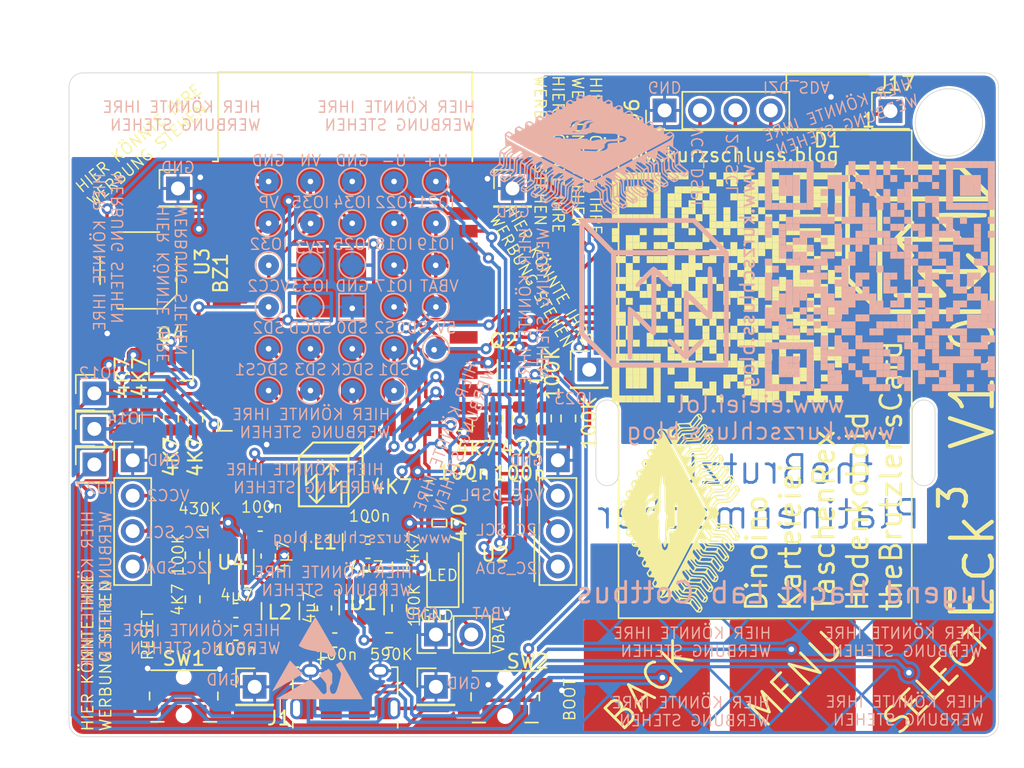
<source format=kicad_pcb>
(kicad_pcb (version 20210108) (generator pcbnew)
  (layers (0 "F.Cu" signal) (31 "B.Cu" signal) (34 "B.Paste" user) (35 "F.Paste" user) (36 "B.SilkS" user "B.Silkscreen") (37 "F.SilkS" user "F.Silkscreen") (38 "B.Mask" user) (39 "F.Mask" user) (44 "Edge.Cuts" user))
  (net 0 "")
  (net 1 "GND")
  (net 2 "/I2C_SCL")
  (net 3 "/I2C_SDA")
  (net 4 "+3V3")
  (net 5 "Net-(Q2-Pad1)")
  (net 6 "+5V")
  (net 7 "Net-(R3-Pad2)")
  (net 8 "Net-(R1-Pad2)")
  (net 9 "no_connect_(U3-Pad29)")
  (net 10 "Net-(R6-Pad2)")
  (net 11 "Net-(R7-Pad2)")
  (net 12 "Net-(R10-Pad2)")
  (net 13 "Net-(R11-Pad2)")
  (net 14 "+BATT")
  (net 15 "Net-(R17-Pad2)")
  (net 16 "Net-(R15-Pad2)")
  (net 17 "Net-(D2-Pad2)")
  (net 18 "/TOUCH5")
  (net 19 "/TOUCH6")
  (net 20 "Net-(R8-Pad1)")
  (net 21 "/TOUCH7")
  (net 22 "Net-(Q4-Pad1)")
  (net 23 "/D+")
  (net 24 "/D-")
  (net 25 "/U+")
  (net 26 "/U-")
  (net 27 "/VCC2")
  (net 28 "/SD0")
  (net 29 "/SD1")
  (net 30 "/SD2")
  (net 31 "/SD3")
  (net 32 "/SD_CLK")
  (net 33 "/SD_CMD")
  (net 34 "Net-(TP12-Pad1)")
  (net 35 "Net-(TP13-Pad1)")
  (net 36 "Net-(TP15-Pad1)")
  (net 37 "Net-(TP16-Pad1)")
  (net 38 "Net-(TP17-Pad1)")
  (net 39 "Net-(TP18-Pad1)")
  (net 40 "Net-(TP19-Pad1)")
  (net 41 "Net-(TP21-Pad1)")
  (net 42 "Net-(TP22-Pad1)")
  (net 43 "Net-(TP23-Pad1)")
  (net 44 "Net-(TP24-Pad1)")
  (net 45 "Net-(TP25-Pad1)")
  (net 46 "/SD_CS1")
  (net 47 "/SD_CS2")
  (net 48 "Net-(L1-Pad1)")
  (net 49 "Net-(L2-Pad1)")
  (net 50 "Net-(C2-Pad1)")
  (net 51 "no_connect_(J1-Pad4)")
  (net 52 "no_connect_(U1-Pad5)")
  (net 53 "no_connect_(U2-Pad4)")
  (net 54 "no_connect_(U3-Pad32)")
  (net 55 "no_connect_(U4-Pad5)")
  (net 56 "Net-(D1-Pad1)")
  (net 57 "Net-(BZ1-Pad1)")
  (net 58 "Net-(D1-Pad3)")
  (net 59 "Net-(J2-Pad2)")
  (footprint "Package_TO_SOT_SMD:SOT-23" (layer "F.Cu") (at 155 98 -90)
    (fp_text reference "Q2")
    (fp_text value "DMG2301L")
  )
  (footprint "Package_SO:SOIC-8_3.9x4.9mm_P1.27mm" (layer "F.Cu") (at 153.5 111.25 90)
    (fp_text reference "U2")
    (fp_text value "CH330N")
  )
  (footprint "RF_Module:ESP32-WROOM-32" (layer "F.Cu") (at 142.494 92.5068)
    (fp_text reference "U3")
    (fp_text value "ESP32-WROOM-32")
  )
  (footprint "Capacitor_SMD:C_0603_1608Metric" (layer "F.Cu") (at 151.75 106.5)
    (fp_text reference "C2" hide)
    (fp_text value "100n")
  )
  (footprint "Capacitor_SMD:C_0603_1608Metric" (layer "F.Cu") (at 154.75 106.5)
    (fp_text reference "C3" hide)
    (fp_text value "100n")
  )
  (footprint "Capacitor_SMD:C_0603_1608Metric" (layer "F.Cu") (at 144.1 109.45 180)
    (fp_text reference "C5" hide)
    (fp_text value "100n")
  )
  (footprint "Capacitor_SMD:C_0603_1608Metric" (layer "F.Cu") (at 144.125 111.025 180)
    (fp_text reference "C6" hide)
    (fp_text value "4µ7")
  )
  (footprint "LED_SMD:LED_1206_3216Metric" (layer "F.Cu") (at 149.5 112.75 90)
    (fp_text reference "D2" hide)
    (fp_text value "LED")
  )
  (footprint "Connector_USB:USB_Micro-B_Amphenol_10118194_Horizontal" (layer "F.Cu") (at 142.5 121)
    (fp_text reference "J1")
    (fp_text value "USB_B_Micro")
  )
  (footprint "Connector_PinHeader_2.54mm:PinHeader_1x02_P2.54mm_Vertical" (layer "F.Cu") (at 149 117 90)
    (fp_text reference "J3" hide)
    (fp_text value "Conn_01x02_Male")
  )
  (footprint "Inductor_SMD:L_1210_3225Metric" (layer "F.Cu") (at 140.95 110.375 90)
    (fp_text reference "L1")
    (fp_text value "2u2")
  )
  (footprint "Resistor_SMD:R_0603_1608Metric" (layer "F.Cu") (at 146.4 112.05 -90)
    (fp_text reference "R1" hide)
    (fp_text value "4K7")
  )
  (footprint "Resistor_SMD:R_0603_1608Metric" (layer "F.Cu") (at 146.375 115.1 90)
    (fp_text reference "R4" hide)
    (fp_text value "100K")
  )
  (footprint "Resistor_SMD:R_0603_1608Metric" (layer "F.Cu") (at 131.75 101.5 90)
    (fp_text reference "R6" hide)
    (fp_text value "4K7")
  )
  (footprint "Resistor_SMD:R_0603_1608Metric" (layer "F.Cu") (at 130 101.5 90)
    (fp_text reference "R7" hide)
    (fp_text value "4K7")
  )
  (footprint "Resistor_SMD:R_0603_1608Metric" (layer "F.Cu") (at 155 101.5 90)
    (fp_text reference "R8" hide)
    (fp_text value "470")
  )
  (footprint "Resistor_SMD:R_0603_1608Metric" (layer "F.Cu") (at 149.25 109 90)
    (fp_text reference "R9" hide)
    (fp_text value "470")
  )
  (footprint "Resistor_SMD:R_0603_1608Metric" (layer "F.Cu") (at 128.25 101.5 90)
    (fp_text reference "R10" hide)
    (fp_text value "4K7")
  )
  (footprint "Resistor_SMD:R_0603_1608Metric" (layer "F.Cu") (at 126.5 101.5 90)
    (fp_text reference "R11" hide)
    (fp_text value "4K7")
  )
  (footprint "Resistor_SMD:R_0603_1608Metric" (layer "F.Cu") (at 148.5 106.5 180)
    (fp_text reference "R12" hide)
    (fp_text value "4K7")
  )
  (footprint "Resistor_SMD:R_0603_1608Metric" (layer "F.Cu") (at 158.5 101.5 -90)
    (fp_text reference "R14" hide)
    (fp_text value "100K")
  )
  (footprint "Button_Switch_SMD:Panasonic_EVQPUL_EVQPUC" (layer "F.Cu") (at 130.9116 121.412 180)
    (fp_text reference "SW1")
    (fp_text value "SW_Push")
  )
  (footprint "Button_Switch_SMD:Panasonic_EVQPUL_EVQPUC" (layer "F.Cu") (at 153.9748 121.4628 180)
    (fp_text reference "SW2")
    (fp_text value "SW_Push")
  )
  (footprint "Connector_PinHeader_2.54mm:PinHeader_1x04_P2.54mm_Vertical" (layer "F.Cu") (at 127.25 104.5)
    (fp_text reference "J4" hide)
    (fp_text value "Conn_01x04_Male")
  )
  (footprint "Package_TO_SOT_SMD:SOT-23" (layer "F.Cu") (at 130 98 -90)
    (fp_text reference "Q4")
    (fp_text value "DMG2301L")
  )
  (footprint "Connector_PinHeader_2.54mm:PinHeader_1x01_P2.54mm_Vertical" (layer "F.Cu") (at 160 98)
    (fp_text reference "J14" hide)
    (fp_text value "Conn_01x01_Male")
  )
  (footprint "Connector_PinHeader_2.54mm:PinHeader_1x04_P2.54mm_Vertical" (layer "F.Cu") (at 157.75 104.5)
    (fp_text reference "J5" hide)
    (fp_text value "Conn_01x04_Male")
  )
  (footprint "Package_TO_SOT_SMD:SOT-23-6" (layer "F.Cu") (at 143.675 114.675 -90)
    (fp_text reference "U1")
    (fp_text value "MT3420C")
  )
  (footprint "Capacitor_SMD:C_0603_1608Metric" (layer "F.Cu") (at 141.75 117.4)
    (fp_text reference "C1" hide)
    (fp_text value "100n")
  )
  (footprint "Capacitor_SMD:C_0603_1608Metric" (layer "F.Cu") (at 141 115.1 -90)
    (fp_text reference "C4" hide)
    (fp_text value "4µ7")
  )
  (footprint "Package_TO_SOT_SMD:SOT-23-6" (layer "F.Cu") (at 134.325 111.8 90)
    (fp_text reference "U4")
    (fp_text value "MT3420C")
  )
  (footprint "Connector_PinHeader_2.54mm:PinHeader_1x01_P2.54mm_Vertical" (layer "F.Cu") (at 136 120.75)
    (fp_text reference "J10" hide)
    (fp_text value "Conn_01x01_Male")
  )
  (footprint "Capacitor_SMD:C_0603_1608Metric" (layer "F.Cu") (at 134.65 115.275)
    (fp_text reference "C10" hide)
    (fp_text value "4µ7")
  )
  (footprint "Capacitor_SMD:C_0603_1608Metric" (layer "F.Cu") (at 136.975 111.375 90)
    (fp_text reference "C8" hide)
    (fp_text value "4µ7")
  )
  (footprint "Capacitor_SMD:C_0603_1608Metric" (layer "F.Cu") (at 134.65 116.9)
    (fp_text reference "C9" hide)
    (fp_text value "100n")
  )
  (footprint "Inductor_SMD:L_1210_3225Metric" (layer "F.Cu") (at 137.85 115.325 -90)
    (fp_text reference "L2")
    (fp_text value "2u2")
  )
  (footprint "Capacitor_SMD:C_0603_1608Metric" (layer "F.Cu") (at 136.4 109.075 180)
    (fp_text reference "C7" hide)
    (fp_text value "100n")
  )
  (footprint "Resistor_SMD:R_0603_1608Metric" (layer "F.Cu") (at 131.55 114.475 90)
    (fp_text reference "R15" hide)
    (fp_text value "4K7")
  )
  (footprint "Resistor_SMD:R_0603_1608Metric" (layer "F.Cu") (at 132.3 108.975 180)
    (fp_text reference "R17" hide)
    (fp_text value "430K")
  )
  (footprint "Resistor_SMD:R_0603_1608Metric" (layer "F.Cu") (at 131.55 111.325 -90)
    (fp_text reference "R18" hide)
    (fp_text value "100K")
  )
  (footprint "Resistor_SMD:R_0603_1608Metric" (layer "F.Cu") (at 153.25 101.5 -90)
    (fp_text reference "R5" hide)
    (fp_text value "4K7")
  )
  (footprint "KiCad:Symbol_kurzschlussblog" (layer "F.Cu") (at 139.175 107.8)
    (fp_text reference "SM3" hide)
    (fp_text value "SYM_Arrow45_Tiny" hide)
  )
  (footprint "Resistor_SMD:R_0603_1608Metric" (layer "F.Cu") (at 145.65 117.4)
    (fp_text reference "R3" hide)
    (fp_text value "590K")
  )
  (footprint "Resistor_SMD:R_0603_1608Metric" (layer "F.Cu") (at 156.75 101.5 90)
    (fp_text reference "R13" hide)
    (fp_text value "100K")
  )
  (footprint "Connector_PinHeader_2.54mm:PinHeader_1x01_P2.54mm_Vertical" (layer "F.Cu") (at 130.5 85)
    (fp_text reference "J7" hide)
    (fp_text value "Conn_01x01_Male")
  )
  (footprint "Connector_PinHeader_2.54mm:PinHeader_1x01_P2.54mm_Vertical" (layer "F.Cu") (at 154.5 85)
    (fp_text reference "J8" hide)
    (fp_text value "Conn_01x01_Male")
  )
  (footprint "Connector_PinHeader_2.54mm:PinHeader_1x01_P2.54mm_Vertical" (layer "F.Cu") (at 149 120.75)
    (fp_text reference "J9" hide)
    (fp_text value "Conn_01x01_Male")
  )
  (footprint "Connector_PinHeader_2.54mm:PinHeader_1x01_P2.54mm_Vertical" (layer "F.Cu") (at 124.5 99.7)
    (fp_text reference "J11" hide)
    (fp_text value "Conn_01x01_Male")
  )
  (footprint "Connector_PinHeader_2.54mm:PinHeader_1x01_P2.54mm_Vertical" (layer "F.Cu") (at 124.5 102.25)
    (fp_text reference "J12" hide)
    (fp_text value "Conn_01x01_Male")
  )
  (footprint "Connector_PinHeader_2.54mm:PinHeader_1x01_P2.54mm_Vertical" (layer "F.Cu") (at 124.5 104.8)
    (fp_text reference "J13" hide)
    (fp_text value "Conn_01x01_Male")
  )
  (footprint "Connector_PinHeader_2.54mm:PinHeader_1x04_P2.54mm_Vertical" (layer "F.Cu") (at 165.4048 79.4004 90)
    (fp_text reference "J6")
    (fp_text value "Conn_01x04_Male")
  )
  (footprint "KiCad:Symbol_kurzschlussblog_12mm" (layer "F.Cu") (at 183.5912 88.5952 90)
    (fp_text reference "G***" hide)
    (fp_text value "LOGO" hide)
  )
  (footprint "Buzzer_Beeper:MagneticBuzzer_MLT-5030" (layer "F.Cu") (at 127.6604 90.8812 -90)
    (fp_text reference "BZ1")
    (fp_text value "Buzzer")
  )
  (footprint "Connector_PinHeader_2.54mm:PinHeader_1x01_P2.54mm_Vertical" (layer "F.Cu") (at 181.61 79.4512)
    (fp_text reference "J17")
    (fp_text value "Conn_01x01_Male")
  )
  (footprint "KiCad:Platinenmacher_14" (layer "F.Cu") (at 166.5224 108.3056 90)
    (fp_text reference "G***" hide)
    (fp_text value "LOGO" hide)
  )
  (footprint "EasterEGG_V1:www.kurzschluss.blog" (layer "F.Cu") (at 169.8752 92.1004)
    (fp_text reference "QR*****" hide)
    (fp_text value "www.kurzschluss.blog")
  )
  (footprint "LED_SMD:LED_SK6812MINI_PLCC4_3.5x3.5mm_P1.75mm" (layer "F.Cu") (at 177.0888 78.7908 180)
    (fp_text reference "D1")
    (fp_text value "SK6812MINI")
  )
  (footprint "TestPoint:TestPoint_Pad_D1.5mm" (layer "B.Cu") (at 137 93.5)
    (fp_text reference "TP1" hide)
    (fp_text value "TestPoint")
  )
  (footprint "TestPoint:TestPoint_Pad_D1.5mm" (layer "B.Cu") (at 149 93.5 -90)
    (fp_text reference "TP2" hide)
    (fp_text value "TestPoint")
  )
  (footprint "TestPoint:TestPoint_Pad_D1.5mm" (layer "B.Cu") (at 149 96.5)
    (fp_text reference "TP3" hide)
    (fp_text value "TestPoint")
  )
  (footprint "TestPoint:TestPoint_Pad_1.5x1.5mm" (layer "B.Cu") (at 143 93.5)
    (fp_text reference "TP5" hide)
    (fp_text value "TestPoint")
  )
  (footprint "TestPoint:TestPoint_Pad_D1.5mm" (layer "B.Cu") (at 143 96.5)
    (fp_text reference "TP6" hide)
    (fp_text value "TestPoint")
  )
  (footprint "TestPoint:TestPoint_Pad_D1.5mm" (layer "B.Cu") (at 146 99.5)
    (fp_text reference "TP7" hide)
    (fp_text value "TestPoint")
  )
  (footprint "TestPoint:TestPoint_Pad_D1.5mm" (layer "B.Cu") (at 137 96.5)
    (fp_text reference "TP8" hide)
    (fp_text value "TestPoint")
  )
  (footprint "TestPoint:TestPoint_Pad_D1.5mm" (layer "B.Cu") (at 140 99.5)
    (fp_text reference "TP9" hide)
    (fp_text value "TestPoint")
  )
  (footprint "TestPoint:TestPoint_Pad_D1.5mm" (layer "B.Cu") (at 143 99.5)
    (fp_text reference "TP10" hide)
    (fp_text value "TestPoint")
  )
  (footprint "TestPoint:TestPoint_Pad_D1.5mm" (layer "B.Cu") (at 140 96.5)
    (fp_text reference "TP11" hide)
    (fp_text value "TestPoint")
  )
  (footprint "TestPoint:TestPoint_Pad_D1.5mm" (layer "B.Cu") (at 140 84.5)
    (fp_text reference "TP13" hide)
    (fp_text value "TestPoint")
  )
  (footprint "TestPoint:TestPoint_Pad_D1.5mm" (layer "B.Cu") (at 137 99.5)
    (fp_text reference "TP14" hide)
    (fp_text value "TestPoint")
  )
  (footprint "TestPoint:TestPoint_Pad_D1.5mm" (layer "B.Cu") (at 149 90.5)
    (fp_text reference "TP15" hide)
    (fp_text value "TestPoint")
  )
  (footprint "TestPoint:TestPoint_Pad_D1.5mm" (layer "B.Cu") (at 146 93.5)
    (fp_text reference "TP17" hide)
    (fp_text value "TestPoint")
  )
  (footprint "TestPoint:TestPoint_Pad_D1.5mm" (layer "B.Cu") (at 146 90.5)
    (fp_text reference "TP18" hide)
    (fp_text value "TestPoint")
  )
  (footprint "TestPoint:TestPoint_Pad_D1.5mm" (layer "B.Cu") (at 146 87.5)
    (fp_text reference "TP19" hide)
    (fp_text value "TestPoint")
  )
  (footprint "TestPoint:TestPoint_Pad_D1.5mm" (layer "B.Cu") (at 146 96.5)
    (fp_text reference "TP20" hide)
    (fp_text value "TestPoint")
  )
  (footprint "TestPoint:TestPoint_Pad_D1.5mm" (layer "B.Cu") (at 140 87.5)
    (fp_text reference "TP21" hide)
    (fp_text value "TestPoint")
  )
  (footprint "TestPoint:TestPoint_Pad_D1.5mm" (layer "B.Cu") (at 137 90.5)
    (fp_text reference "TP22" hide)
    (fp_text value "TestPoint")
  )
  (footprint "TestPoint:TestPoint_Pad_D1.5mm" (layer "B.Cu") (at 140 93.5)
    (fp_text reference "TP23" hide)
    (fp_text value "TestPoint")
  )
  (footprint "TestPoint:TestPoint_Pad_D1.5mm" (layer "B.Cu") (at 143 87.5)
    (fp_text reference "TP24" hide)
    (fp_text value "TestPoint")
  )
  (footprint "TestPoint:TestPoint_Pad_D1.5mm" (layer "B.Cu") (at 143 90.5)
    (fp_text reference "TP25" hide)
    (fp_text value "TestPoint")
  )
  (footprint "TestPoint:TestPoint_Pad_D1.5mm" (layer "B.Cu") (at 140 90.5)
    (fp_text reference "TP4" hide)
    (fp_text value "TestPoint")
  )
  (footprint "TestPoint:TestPoint_Pad_D1.5mm" (layer "B.Cu") (at 149 87.5)
    (fp_text reference "TP16" hide)
    (fp_text value "TestPoint")
  )
  (footprint "TestPoint:TestPoint_Pad_D1.5mm" (layer "B.Cu") (at 137 87.5)
    (fp_text reference "TP12" hide)
    (fp_text value "TestPoint")
  )
  (footprint "TestPoint:TestPoint_Pad_D1.5mm" (layer "B.Cu") (at 146 84.5)
    (fp_text reference "TP26" hide)
    (fp_text value "TestPoint")
  )
  (footprint "TestPoint:TestPoint_Pad_D1.5mm" (layer "B.Cu") (at 149 84.5)
    (fp_text reference "TP27" hide)
    (fp_text value "TestPoint")
  )
  (footprint "TestPoint:TestPoint_Pad_D1.5mm" (layer "B.Cu") (at 137 84.5)
    (fp_text reference "TP28" hide)
    (fp_text value "TestPoint")
  )
  (footprint "TestPoint:TestPoint_Pad_D1.5mm" (layer "B.Cu") (at 143 84.5)
    (fp_text reference "TP29" hide)
    (fp_text value "TestPoint")
  )
  (footprint "Symbol:ESD-Logo_6.6x6mm_SilkScreen" (layer "B.Cu") (at 140.5 118.675 180)
    (fp_text reference "REF**" hide)
    (fp_text value "ESD-Logo_6.6x6mm_SilkScreen" hide)
  )
  (footprint "EasterEGG_V1:www.kurzschluss.blog" (layer "B.Cu") (at 180.848 91.2876 -90)
    (fp_text reference "QR*****" hide)
    (fp_text value "www.kurzschluss.blog")
  )
  (footprint "KiCad:Symbol_kurzschlussblog_12mm" (layer "B.Cu") (at 164.592 92.3544 180)
    (fp_text reference "G***" hide)
    (fp_text value "LOGO" hide)
  )
  (footprint "KiCad:Platinenmacher_14" (layer "B.Cu") (at 160.02 82.55 180)
    (fp_text reference "G***" hide)
    (fp_text value "LOGO" hide)
  )
  (gr_rect (start 183.134 80.8228) (end 162.1028 115.824) (layer "F.SilkS") (width 0.12) (fill none))
  (gr_arc (start 188.341 77.724) (end 188.341 76.708) (angle 90) (layer "Edge.Cuts") (width 0.05))
  (gr_line (start 122.682 123.317) (end 122.682 77.724) (layer "Edge.Cuts") (width 0.05))
  (gr_arc (start 183.9976 105.5116) (end 184.8104 105.5116) (angle 180) (layer "Edge.Cuts") (width 0.05))
  (gr_arc (start 183.9976 100.9904) (end 183.1848 100.9904) (angle 180) (layer "Edge.Cuts") (width 0.05))
  (gr_arc (start 123.698 123.317) (end 123.698 124.333) (angle 90) (layer "Edge.Cuts") (width 0.05))
  (gr_circle (center 185.801 80.264) (end 185.801 77.851) (layer "Edge.Cuts") (width 0.05) (fill none))
  (gr_arc (start 188.341 123.317) (end 189.357 123.317) (angle 90) (layer "Edge.Cuts") (width 0.05))
  (gr_line (start 162.1028 100.9904) (end 162.1028 105.5116) (layer "Edge.Cuts") (width 0.05))
  (gr_arc (start 161.29 100.9904) (end 160.4772 100.9904) (angle 180) (layer "Edge.Cuts") (width 0.05))
  (gr_arc (start 161.29 105.5116) (end 162.1028 105.5116) (angle 180) (layer "Edge.Cuts") (width 0.05))
  (gr_line (start 160.4772 105.5116) (end 160.4772 100.9904) (layer "Edge.Cuts") (width 0.05))
  (gr_arc (start 123.698 77.724) (end 122.682 77.724) (angle 90) (layer "Edge.Cuts") (width 0.05))
  (gr_line (start 188.341 124.333) (end 123.698 124.333) (layer "Edge.Cuts") (width 0.05))
  (gr_line (start 123.698 76.708) (end 188.341 76.708) (layer "Edge.Cuts") (width 0.05))
  (gr_line (start 184.8104 100.9904) (end 184.8104 105.5116) (layer "Edge.Cuts") (width 0.05))
  (gr_line (start 183.1848 105.5116) (end 183.1848 100.9904) (layer "Edge.Cuts") (width 0.05))
  (gr_line (start 189.357 77.724) (end 189.357 123.317) (layer "Edge.Cuts") (width 0.05))
  (gr_text "theBrutzler\nPlatinenmacher" (at 172.1612 106.7816) (layer "B.Cu") (effects (font (size 2 2) (thickness 0.2)) (justify mirror)))
  (gr_text "www.kurzschluss.blog" (at 143.7132 110.0328) (layer "B.SilkS") (effects (font (size 0.8 0.8) (thickness 0.1)) (justify mirror)))
  (gr_text "VCC2" (at 129.794 107.0356) (layer "B.SilkS") (effects (font (size 0.8 0.8) (thickness 0.1)) (justify mirror)))
  (gr_text "I2C_SDA" (at 130.6068 112.2172) (layer "B.SilkS") (effects (font (size 0.8 0.8) (thickness 0.1)) (justify mirror)))
  (gr_text "I2C_SCL" (at 130.4544 109.6772) (layer "B.SilkS") (effects (font (size 0.8 0.8) (thickness 0.1)) (justify mirror)))
  (gr_text "GND" (at 143 83) (layer "B.SilkS") (effects (font (size 0.8 0.8) (thickness 0.1)) (justify mirror)))
  (gr_text "GND" (at 143 92) (layer "B.SilkS") (effects (font (size 0.8 0.8) (thickness 0.1)) (justify mirror)))
  (gr_text "I2C_SCL" (at 170.2748 83.058 90) (layer "B.SilkS") (effects (font (size 0.8 0.8) (thickness 0.1)) (justify mirror)))
  (gr_text "GND" (at 151 120.5) (layer "B.SilkS") (effects (font (size 0.8 0.8) (thickness 0.1)) (justify mirror)))
  (gr_text "SDCK" (at 143 98) (layer "B.SilkS") (effects (font (size 0.8 0.8) (thickness 0.1)) (justify mirror)))
  (gr_text "IO34" (at 143 86) (layer "B.SilkS") (effects (font (size 0.8 0.8) (thickness 0.1)) (justify mirror)))
  (gr_text "HIER KÖNNTE IHRE\nWERBUNG STEHEN" (at 151.892 79.8068) (layer "B.SilkS") (effects (font (size 0.8 0.8) (thickness 0.1)) (justify left mirror)))
  (gr_text "GND\n" (at 154.5336 86.6648) (layer "B.SilkS") (effects (font (size 0.8 0.8) (thickness 0.1)) (justify mirror)))
  (gr_text "I2C_SCL" (at 154.25 109.5) (layer "B.SilkS") (effects (font (size 0.8 0.8) (thickness 0.1)) (justify mirror)))
  (gr_text "Jugend Hackt Lab Cottbus" (at 174.0408 113.9952) (layer "B.SilkS") (effects (font (size 1.5 1.5) (thickness 0.2)) (justify mirror)))
  (gr_text "IO18" (at 146 89) (layer "B.SilkS") (effects (font (size 0.8 0.8) (thickness 0.1)) (justify mirror)))
  (gr_text "HIER KÖNNTE IHRE\nWERBUNG STEHEN" (at 188.3664 122.4788) (layer "B.SilkS") (effects (font (size 0.8 0.8) (thickness 0.1)) (justify left mirror)))
  (gr_text "GND" (at 137 83) (layer "B.SilkS") (effects (font (size 0.8 0.8) (thickness 0.1)) (justify mirror)))
  (gr_text "IO32" (at 137 89) (layer "B.SilkS") (effects (font (size 0.8 0.8) (thickness 0.1)) (justify mirror)))
  (gr_text "HIER KÖNNTE IHRE\nWERBUNG STEHEN" (at 147.3708 113.1824) (layer "B.SilkS") (effects (font (size 0.8 0.8) (thickness 0.1)) (justify left mirror)))
  (gr_text "IO23" (at 158.8516 100.076) (layer "B.SilkS") (effects (font (size 0.8 0.8) (thickness 0.1)) (justify mirror)))
  (gr_text "IO22\n" (at 146 86) (layer "B.SilkS") (effects (font (size 0.8 0.8) (thickness 0.1)) (justify mirror)))
  (gr_text "HIER KÖNNTE IHRE\nWERBUNG STEHEN" (at 137.922 117.348) (layer "B.SilkS") (effects (font (size 0.8 0.8) (thickness 0.1)) (justify left mirror)))
  (gr_text "www.eieiei.lol\nwww.kurzschluss.blog" (at 172.3136 101.4476) (layer "B.SilkS") (effects (font (size 1.2 1.2)) (justify mirror)))
  (gr_text "IO33" (at 140 92) (layer "B.SilkS") (effects (font (size 0.8 0.8) (thickness 0.1)) (justify mirror)))
  (gr_text "VCC_DSPL" (at 153.75 107) (layer "B.SilkS") (effects (font (size 0.8 0.8) (thickness 0.1)) (justify mirror)))
  (gr_text "SDCD" (at 140 95) (layer "B.SilkS") (effects (font (size 0.8 0.8) (thickness 0.1)) (justify mirror)))
  (gr_text "HIER KÖNNTE IHRE\nWERBUNG STEHEN" (at 173.0248 122.5296) (layer "B.SilkS") (effects (font (size 0.8 0.8) (thickness 0.1)) (justify left mirror)))
  (gr_text "I2C_SDA" (at 154.25 112.25) (layer "B.SilkS") (effects (font (size 0.8 0.8) (thickness 0.1)) (justify mirror)))
  (gr_text "HIER KÖNNTE IHRE\nWERBUNG STEHEN" (at 125.5268 83.82 90) (layer "B.SilkS") (effects (font (size 0.8 0.8) (thickness 0.1)) (justify left mirror)))
  (gr_text "U-" (at 146 83) (layer "B.SilkS") (effects (font (size 0.8 0.8) (thickness 0.1)) (justify mirror)))
  (gr_text "HIER KÖNNTE IHRE\nWERBUNG STEHEN" (at 145.796 101.854) (layer "B.SilkS") (effects (font (size 0.8 0.8) (thickness 0.1)) (justify left mirror)))
  (gr_text "3V3\n" (at 140 89.25) (layer "B.SilkS") (effects (font (size 0.8 0.8) (thickness 0.1)) (justify mirror)))
  (gr_text "5V" (at 149.75 95) (layer "B.SilkS") (effects (font (size 0.8 0.8) (thickness 0.1)) (justify mirror)))
  (gr_text "IO27" (at 124.5 106.5) (layer "B.SilkS") (effects (font (size 0.8 0.8) (thickness 0.1)) (justify mirror)))
  (gr_text "HIER KÖNNTE IHRE\nWERBUNG STEHEN" (at 188.2648 117.5512) (layer "B.SilkS") (effects (font (size 0.8 0.8) (thickness 0.1)) (justify left mirror)))
  (gr_text "GND" (at 133.75 120.25) (layer "B.SilkS") (effects (font (size 0.8 0.8) (thickness 0.1)) (justify mirror)))
  (gr_text "VCC2" (at 137 92) (layer "B.SilkS") (effects (font (size 0.8 0.8) (thickness 0.1)) (justify mirror)))
  (gr_text "IO19\n" (at 149 89) (layer "B.SilkS") (effects (font (size 0.8 0.8) (thickness 0.1)) (justify mirror)))
  (gr_text "GND" (at 165.4048 77.724 180) (layer "B.SilkS") (effects (font (size 0.8 0.8) (thickness 0.1)) (justify mirror)))
  (gr_text "HIER KÖNNTE IHRE\nWERBUNG STEHEN" (at 183.4388 77.978 20) (layer "B.SilkS") (effects (font (size 0.8 0.8) (thickness 0.1)) (justify left mirror)))
  (gr_text "SD0" (at 143 95) (layer "B.SilkS") (effects (font (size 0.8 0.8) (thickness 0.1)) (justify mirror)))
  (gr_text "U+" (at 149 83) (layer "B.SilkS") (effects (font (size 0.8 0.8) (thickness 0.1)) (justify mirror)))
  (gr_text "SD3" (at 140 98) (layer "B.SilkS") (effects (font (size 0.8 0.8) (thickness 0.1)) (justify mirror)))
  (gr_text "GND\n" (at 130.5 83.5) (layer "B.SilkS") (effects (font (size 0.8 0.8) (thickness 0.1)) (justify mirror)))
  (gr_text "SDCS1" (at 136.5 98) (layer "B.SilkS") (effects (font (size 0.8 0.8) (thickness 0.1)) (justify mirror)))
  (gr_text "IO35" (at 140 86) (layer "B.SilkS") (effects (font (size 0.8 0.8) (thickness 0.1)) (justify mirror)))
  (gr_text "SDCS2" (at 146.5 95) (layer "B.SilkS") (effects (font (size 0.8 0.8) (thickness 0.1)) (justify mirror)))
  (gr_text "VBAT" (at 149.25 92) (layer "B.SilkS") (effects (font (size 0.8 0.8) (thickness 0.1)) (justify mirror)))
  (gr_text "HIER KÖNNTE IHRE\nWERBUNG STEHEN" (at 130.0988 86.106 90) (layer "B.SilkS") (effects (font (size 0.8 0.8) (thickness 0.1)) (justify left mirror)))
  (gr_text "IO17" (at 146 92) (layer "B.SilkS") (effects (font (size 0.8 0.8) (thickness 0.1)) (justify mirror)))
  (gr_text "VN" (at 140 83) (layer "B.SilkS") (effects (font (size 0.8 0.8) (thickness 0.1)) (justify mirror)))
  (gr_text "IO14" (at 126.75 101.5) (layer "B.SilkS") (effects (font (size 0.8 0.8) (thickness 0.1)) (justify mirror)))
  (gr_text "VP" (at 137 86) (layer "B.SilkS") (effects (font (size 0.8 0.8) (thickness 0.1)) (justify mirror)))
  (gr_text "IO21" (at 149 86) (layer "B.SilkS") (effects (font (size 0.8 0.8) (thickness 0.1)) (justify mirror)))
  (gr_text "HIER KÖNNTE IHRE\nWERBUNG STEHEN" (at 145.3388 105.8164) (layer "B.SilkS") (effects (font (size 0.8 0.8) (thickness 0.1)) (justify left mirror)))
  (gr_text "IO25" (at 143 89) (layer "B.SilkS") (effects (font (size 0.8 0.8) (thickness 0.1)) (justify mirror)))
  (gr_text "I2C_SDA" (at 174.8536 77.724 180) (layer "B.SilkS") (effects (font (size 0.8 0.8) (thickness 0.1)) (justify mirror)))
  (gr_text "HIER KÖNNTE IHRE\nWERBUNG STEHEN" (at 136.4996 79.8068) (layer "B.SilkS") (effects (font (size 0.8 0.8) (thickness 0.1)) (justify left mirror)))
  (gr_text "VCC_DSPL" (at 167.7748 83.558 90) (layer "B.SilkS") (effects (font (size 0.8 0.8) (thickness 0.1)) (justify mirror)))
  (gr_text "SD1\n" (at 146 98) (layer "B.SilkS") (effects (font (size 0.8 0.8) (thickness 0.1)) (justify mirror)))
  (gr_text "IO12" (at 124.75 98.25) (layer "B.SilkS") (effects (font (size 0.8 0.8) (thickness 0.1)) (justify mirror)))
  (gr_text "GND" (at 155.5 104.5) (layer "B.SilkS") (effects (font (size 0.8 0.8) (thickness 0.1)) (justify mirror)))
  (gr_text "GND" (at 129.5 104.5) (layer "B.SilkS") (effects (font (size 0.8 0.8) (thickness 0.1)) (justify mirror)))
  (gr_text "HIER KÖNNTE IHRE\nWERBUNG STEHEN" (at 156.0576 87.7316 90) (layer "B.SilkS") (effects (font (size 0.8 0.8) (thickness 0.1)) (justify left mirror)))
  (gr_text "HIER KÖNNTE IHRE\nWERBUNG STEHEN" (at 173.1264 117.5512) (layer "B.SilkS") (effects (font (size 0.8 0.8) (thickness 0.1)) (justify left mirror)))
  (gr_text "VBAT" (at 153 115.5) (layer "B.SilkS") (effects (font (size 0.8 0.8) (thickness 0.1)) (justify mirror)))
  (gr_text "SD2" (at 137 95) (layer "B.SilkS") (effects (font (size 0.8 0.8) (thickness 0.1)) (justify mirror)))
  (gr_text "HIER KÖNNTE IHRE\nWERBUNG STEHEN" (at 124.6632 108.0516 90) (layer "B.SilkS") (effects (font (size 0.8 0.8) (thickness 0.1)) (justify left mirror)))
  (gr_text "HIER KÖNNTE IHRE\nWERBUNG STEHEN" (at 152.2984 97.6376 70) (layer "B.SilkS") (effects (font (size 0.8 0.8) (thickness 0.1)) (justify left mirror)))
  (gr_text "GND" (at 148 115.5) (layer "B.SilkS") (effects (font (size 0.8 0.8) (thickness 0.1)) (justify mirror)))
  (gr_text "GND" (at 149.075 115.675) (layer "F.SilkS") (effects (font (size 0.8 0.8) (thickness 0.1))))
  (gr_text "BACK" (at 164.2872 120.65 45) (layer "F.SilkS") (effects (font (size 2 2) (thickness 0.2))))
  (gr_text "HIER KÖNNTE IHRE\nWERBUNG STEHEN" (at 159.8168 76.9112 270) (layer "F.SilkS") (effects (font (size 0.8 0.8) (thickness 0.1)) (justify left)))
  (gr_text "RESET" (at 128.3208 117.0432 90) (layer "F.SilkS") (effects (font (size 0.8 0.8) (thickness 0.1))))
  (gr_text "MENU" (at 174.8028 120.1928 45) (layer "F.SilkS") (effects (font (size 2 2) (thickness 0.2))))
  (gr_text "Eck³ V1.0" (at 187.5028 105.0544 90) (layer "F.SilkS") (effects (font (size 3 3) (thickness 0.3))))
  (gr_text "VBAT" (at 153.5 117 90) (layer "F.SilkS") (effects (font (size 0.8 0.8) (thickness 0.1))))
  (gr_text "BOOT" (at 158.5976 121.666 90) (layer "F.SilkS") (effects (font (size 0.8 0.8) (thickness 0.1))))
  (gr_text "LED" (at 149.5 112.75) (layer "F.SilkS") (effects (font (size 0.8 0.8) (thickness 0.1))))
  (gr_text "Dinoino \nKarteieiei\nTaschenRex \nHodenkobold\ntheBrutzler'sCard" (at 176.8348 115.4684 90) (layer "F.SilkS") (effects (font (size 1.5 1.5) (thickness 0.2)) (justify left)))
  (gr_text "SELECT" (at 184.912 120.2944 45) (layer "F.SilkS") (effects (font (size 1.8 1.8) (thickness 0.2))))
  (gr_text "HIER KÖNNTE IHRE\nWERBUNG STEHEN" (at 124.6632 124.0028 90) (layer "F.SilkS") (effects (font (size 0.8 0.8) (thickness 0.1)) (justify left)))
  (gr_text "HIER KÖNNTE IHRE\nWERBUNG STEHEN" (at 153.67 86.5632 300) (layer "F.SilkS") (effects (font (size 0.8 0.8) (thickness 0.1)) (justify left)))
  (gr_text "HIER KÖNNTE IHRE\nWERBUNG STEHEN" (at 157.1244 76.8096 270) (layer "F.SilkS") (effects (font (size 0.8 0.8) (thickness 0.1)) (justify left)))
  (gr_text "HIER KÖNNTE IHRE\nWERBUNG STEHEN" (at 123.698 85.598 40) (layer "F.SilkS") (effects (font (size 0.8 0.8) (thickness 0.1)) (justify left)))
  (segment (start 154.135 115.465) (end 154.1 115.5) (width 0.25) (layer "F.Cu") (net 1))
  (segment (start 134 84.245) (end 135.945 84.245) (width 0.25) (layer "F.Cu") (net 1))
  (segment (start 156.5998 120.6128) (end 157.646 120.6128) (width 0.25) (layer "F.Cu") (net 1))
  (segment (start 152.525 105.425) (end 152.5 105.4) (width 0.25) (layer "F.Cu") (net 1))
  (segment (start 146 122.3) (end 147.45 122.3) (width 0.25) (layer "F.Cu") (net 1))
  (segment (start 152.525 106.5) (end 152.525 105.425) (width 0.25) (layer "F.Cu") (net 1))
  (segment (start 133.5366 120.562) (end 133.5366 119.5158) (width 0.25) (layer "F.Cu") (net 1))
  (segment (start 134.325 113.7) (end 134.325 112.9) (width 0.25) (layer "F.Cu") (net 1))
  (segment (start 133.875 114.15) (end 134.325 113.7) (width 0.25) (layer "F.Cu") (net 1))
  (segment (start 140 118.375) (end 140 119.6) (width 0.25) (layer "F.Cu") (net 1))
  (segment (start 141 114.325) (end 141.85 114.325) (width 0.25) (layer "F.Cu") (net 1))
  (segment (start 136.785 103.295811) (end 136.859701 103.370512) (width 0.25) (layer "F.Cu") (net 1))
  (segment (start 128.2866 119.465) (end 128.3208 119.4308) (width 0.25) (layer "F.Cu") (net 1))
  (segment (start 178.8388 77.9158) (end 177.8622 77.9158) (width 0.25) (layer "F.Cu") (net 1))
  (segment (start 143.8 119.6) (end 145 119.6) (width 0.25) (layer "F.Cu") (net 1))
  (segment (start 147.45 122.3) (end 149 120.75) (width 0.25) (layer "F.Cu") (net 1))
  (segment (start 152.525 106.5) (end 153.975 106.5) (width 0.25) (layer "F.Cu") (net 1))
  (segment (start 152.742 120.6128) (end 152.7556 120.5992) (width 0.25) (layer "F.Cu") (net 1))
  (segment (start 149.5 114.15) (end 149.5 115.4) (width 0.25) (layer "F.Cu") (net 1))
  (segment (start 142.169998 114.644998) (end 143.675 114.644998) (width 0.25) (layer "F.Cu") (net 1))
  (segment (start 157.646 120.6128) (end 158.0388 121.0056) (width 0.25) (layer "F.Cu") (net 1))
  (segment (start 141.5 122.3) (end 143.5 122.3) (width 0.25) (layer "F.Cu") (net 1))
  (segment (start 158.5 103.75) (end 157.75 104.5) (width 0.25) (layer "F.Cu") (net 1))
  (segment (start 132.145 84.245) (end 132.1 84.2) (width 0.25) (layer "F.Cu") (net 1))
  (segment (start 136.2 84.5) (end 135.945 84.245) (width 0.25) (layer "F.Cu") (net 1))
  (segment (start 134 84.245) (end 132.145 84.245) (width 0.25) (layer "F.Cu") (net 1))
  (segment (start 158.5 102.325) (end 158.5 103.75) (width 0.25) (layer "F.Cu") (net 1))
  (segment (start 137 84.5) (end 136.2 84.5) (width 0.25) (layer "F.Cu") (net 1))
  (segment (start 146.375 114.275) (end 145.65 114.275) (width 0.25) (layer "F.Cu") (net 1))
  (segment (start 144.875 111) (end 144.9 111.025) (width 0.25) (layer "F.Cu") (net 1))
  (segment (start 136.655002 111.830002) (end 136.975 112.15) (width 0.25) (layer "F.Cu") (net 1))
  (segment (start 145.65 114.275) (end 145.280002 114.644998) (width 0.25) (layer "F.Cu") (net 1))
  (segment (start 154.135 113.725) (end 154.135 115.465) (width 0.25) (layer "F.Cu") (net 1))
  (segment (start 125.4104 95.3876) (end 125.4252 95.4024) (width 0.25) (layer "F.Cu") (net 1))
  (segment (start 143.675 113.575) (end 143.675 114.644998) (width 0.25) (layer "F.Cu") (net 1))
  (segment (start 133.875 116.9) (end 133.875 115.275) (width 0.25) (layer "F.Cu") (net 1))
  (segment (start 143.675 113.2) (end 143.675 113.575) (width 0.25) (layer "F.Cu") (net 1))
  (segment (start 177.8622 77.9158) (end 177.3428 78.4352) (width 0.25) (layer "F.Cu") (net 1))
  (segment (start 128.2866 120.562) (end 128.2866 119.465) (width 0.25) (layer "F.Cu") (net 1))
  (segment (start 134.325 112.9) (end 134.325 111.830002) (width 0.25) (layer "F.Cu") (net 1))
  (segment (start 151 84.245) (end 152.645 84.245) (width 0.25) (layer "F.Cu") (net 1))
  (segment (start 136.785 101.755) (end 136.785 103.295811) (width 0.25) (layer "F.Cu") (net 1))
  (segment (start 133.5366 119.5158) (end 133.5024 119.4816) (width 0.25) (layer "F.Cu") (net 1))
  (segment (start 134.325 111.830002) (end 136.655002 111.830002) (width 0.25) (layer "F.Cu") (net 1))
  (segment (start 151.3498 120.6128) (end 152.742 120.6128) (width 0.25) (layer "F.Cu") (net 1))
  (segment (start 144.9 111.025) (end 144.9 111.975) (width 0.25) (layer "F.Cu") (net 1))
  (segment (start 125.4104 93.3812) (end 125.4104 95.3876) (width 0.25) (layer "F.Cu") (net 1))
  (segment (start 141.85 114.325) (end 142.169998 114.644998) (width 0.25) (layer "F.Cu") (net 1))
  (segment (start 133.875 115.275) (end 133.875 114.15) (width 0.25) (layer "F.Cu") (net 1))
  (segment (start 140.975 117.4) (end 140 118.375) (width 0.25) (layer "F.Cu") (net 1))
  (segment (start 134.325 111.830002) (end 131.869998 111.830002) (width 0.25) (layer "F.Cu") (net 1))
  (segment (start 144.9 111.975) (end 143.675 113.2) (width 0.25) (layer "F.Cu") (net 1))
  (segment (start 152.645 84.245) (end 152.7 84.3) (width 0.25) (layer "F.Cu") (net 1))
  (segment (start 137.175 109.075) (end 137.175 107.775) (width 0.25) (layer "F.Cu") (net 1))
  (segment (start 145.280002 114.644998) (end 143.675 114.644998) (width 0.25) (layer "F.Cu") (net 1))
  (segment (start 131.869998 111.830002) (end 131.55 112.15) (width 0.25) (layer "F.Cu") (net 1))
  (segment (start 139.6 122.3) (end 141.5 122.3) (width 0.25) (layer "F.Cu") (net 1))
  (segment (start 143.5 122.3) (end 145.4 122.3) (width 0.25) (layer "F.Cu") (net 1))
  (segment (start 144.875 109.45) (end 144.875 111) (width 0.25) (layer "F.Cu") (net 1))
  (via (at 132.1 84.2) (size 0.8) (drill 0.4) (layers "F.Cu" "B.Cu") (net 1))
  (via (at 125.4252 95.4024) (size 0.8) (drill 0.4) (layers "F.Cu" "B.Cu") (net 1))
  (via (at 154.1 115.5) (size 0.8) (drill 0.4) (layers "F.Cu" "B.Cu") (net 1))
  (via (at 143.675 114.644998) (size 0.8) (drill 0.4) (layers "F.Cu" "B.Cu") (net 1))
  (via (at 133.5024 119.4816) (size 0.8) (drill 0.4) (layers "F.Cu" "B.Cu") (net 1))
  (via (at 137 84.5) (size 0.8) (drill 0.4) (layers "F.Cu" "B.Cu") (net 1))
  (via (at 128.3208 119.4308) (size 0.8) (drill 0.4) (layers "F.Cu" "B.Cu") (net 1))
  (via (at 152.5 105.4) (size 0.8) (drill 0.4) (layers "F.Cu" "B.Cu") (net 1))
  (via (at 158.0388 121.0056) (size 0.8) (drill 0.4) (layers "F.Cu" "B.Cu") (net 1))
  (via (at 177.3428 78.4352) (size 0.8) (drill 0.4) (layers "F.Cu" "B.Cu") (net 1))
  (via (at 143 84.5) (size 0.8) (drill 0.4) (layers "F.Cu" "B.Cu") (net 1))
  (via (at 134.325 111.830002) (size 0.8) (drill 0.4) (layers "F.Cu" "B.Cu") (net 1))
  (via (at 152.7 84.3) (size 0.8) (drill 0.4) (layers "F.Cu" "B.Cu") (net 1))
  (via (at 149.5 115.4) (size 0.8) (drill 0.4) (layers "F.Cu" "B.Cu") (net 1))
  (via (at 152.7556 120.5992) (size 0.8) (drill 0.4) (layers "F.Cu" "B.Cu") (net 1))
  (via (at 136.859701 103.370512) (size 0.8) (drill 0.4) (layers "F.Cu" "B.Cu") (net 1))
  (via (at 143 93.6) (size 0.8) (drill 0.4) (layers "F.Cu" "B.Cu") (net 1))
  (via (at 137.175 107.775) (size 0.8) (drill 0.4) (layers "F.Cu" "B.Cu") (net 1))
  (segment (start 157.1752 98.355017) (end 157.1752 96.7232) (width 0.25) (layer "F.Cu") (net 2))
  (segment (start 152.585 99.485) (end 152.6 99.5) (width 0.25) (layer "F.Cu") (net 2))
  (segment (start 157.16802 95.96838) (end 159.1564 93.98) (width 0.25) (layer "F.Cu") (net 2))
  (segment (start 127.25 109.58) (end 127.395 109.58) (width 0.25) (layer "F.Cu") (net 2))
  (segment (start 153.67 105.4608) (end 155.9608 105.4608) (width 0.25) (layer "F.Cu") (net 2))
  (segment (start 161.0868 93.98) (end 170.4848 84.582) (width 0.25) (layer "F.Cu") (net 2))
  (segment (start 152.6 99.5) (end 152.875011 99.775011) (width 0.25) (layer "F.Cu") (net 2))
  (segment (start 151 99.485) (end 152.585 99.485) (width 0.25) (layer "F.Cu") (net 2))
  (segment (start 152.884189 104.674989) (end 153.67 105.4608) (width 0.25) (layer "F.Cu") (net 2))
  (segment (start 149.5 99) (end 149 98.5) (width 0.25) (layer "F.Cu") (net 2))
  (segment (start 159.1564 93.98) (end 161.0868 93.98) (width 0.25) (layer "F.Cu") (net 2))
  (segment (start 157.1752 96.7232) (end 157.16802 96.71602) (width 0.25) (layer "F.Cu") (net 2))
  (segment (start 156.574999 108.404999) (end 157.75 109.58) (width 0.25) (layer "F.Cu") (net 2))
  (segment (start 133.1448 104.65) (end 135.85 104.65) (width 0.25) (layer "F.Cu") (net 2))
  (segment (start 155.755206 99.775011) (end 157.1752 98.355017) (width 0.25) (layer "F.Cu") (net 2))
  (segment (start 136 104.5) (end 136 104) (width 0.25) (layer "F.Cu") (net 2))
  (segment (start 128.2148 109.58) (end 133.1448 104.65) (width 0.25) (layer "F.Cu") (net 2))
  (segment (start 151.255411 104.674989) (end 152.884189 104.674989) (width 0.25) (layer "F.Cu") (net 2))
  (segment (start 150.9268 105.0036) (end 150.8214 105.0036) (width 0.25) (layer "F.Cu") (net 2))
  (segment (start 135.85 104.65) (end 136 104.5) (width 0.25) (layer "F.Cu") (net 2))
  (segment (start 151 99.485) (end 150.515 99) (width 0.25) (layer "F.Cu") (net 2))
  (segment (start 150.8214 105.0036) (end 149.325 106.5) (width 0.25) (layer "F.Cu") (net 2))
  (segment (start 150.515 99) (end 149.5 99) (width 0.25) (layer "F.Cu") (net 2))
  (segment (start 157.16802 96.71602) (end 157.16802 95.96838) (width 0.25) (layer "F.Cu") (net 2))
  (segment (start 127.25 109.58) (end 128.2148 109.58) (width 0.25) (layer "F.Cu") (net 2))
  (segment (start 156.574999 106.074999) (end 156.574999 108.404999) (width 0.25) (layer "F.Cu") (net 2))
  (segment (start 150.9268 105.0036) (end 151.255411 104.674989) (width 0.25) (layer "F.Cu") (net 2))
  (segment (start 152.875011 99.775011) (end 155.755206 99.775011) (width 0.25) (layer "F.Cu") (net 2))
  (segment (start 170.4848 84.582) (end 170.4848 79.4004) (width 0.25) (layer "F.Cu") (net 2))
  (segment (start 155.9608 105.4608) (end 156.574999 106.074999) (width 0.25) (layer "F.Cu") (net 2))
  (via (at 152.6 99.5) (size 0.8) (drill 0.4) (layers "F.Cu" "B.Cu") (net 2))
  (via (at 149 98.5) (size 0.8) (drill 0.4) (layers "F.Cu" "B.Cu") (net 2))
  (via (at 150.9268 105.0036) (size 0.8) (drill 0.4) (layers "F.Cu" "B.Cu") (net 2))
  (via (at 136 104) (size 0.8) (drill 0.4) (layers "F.Cu" "B.Cu") (net 2))
  (segment (start 143.100001 104.399999) (end 149 98.5) (width 0.25) (layer "B.Cu") (net 2))
  (segment (start 136 104) (end 136.399999 104.399999) (width 0.25) (layer "B.Cu") (net 2))
  (segment (start 152.6 103.3304) (end 152.6 99.5) (width 0.25) (layer "B.Cu") (net 2))
  (segment (start 150.9268 105.0036) (end 152.6 103.3304) (width 0.25) (layer "B.Cu") (net 2))
  (segment (start 136.399999 104.399999) (end 143.100001 104.399999) (width 0.25) (layer "B.Cu") (net 2))
  (segment (start 153.17 100.755) (end 153.25 100.675) (width 0.25) (layer "F.Cu") (net 3))
  (segment (start 154.125 100.675) (end 154.125 102.800145) (width 0.25) (layer "F.Cu") (net 3))
  (segment (start 136.737041 104.39937) (end 145.10063 104.39937) (width 0.25) (layer "F.Cu") (net 3))
  (segment (start 127.25 112.12) (end 129 110.37) (width 0.25) (layer "F.Cu") (net 3))
  (segment (start 157.734 98.4504) (end 157.734 96.266) (width 0.25) (layer "F.Cu") (net 3))
  (segment (start 154.699845 103.37499) (end 155.26553 103.37499) (width 0.25) (layer "F.Cu") (net 3))
  (segment (start 159.4104 94.5896) (end 161.1884 94.5896) (width 0.25) (layer "F.Cu") (net 3))
  (segment (start 136.0364 105.100011) (end 136.737041 104.39937) (width 0.25) (layer "F.Cu") (net 3))
  (segment (start 154.125 100.675) (end 153.25 100.675) (width 0.25) (layer "F.Cu") (net 3))
  (segment (start 155.94998 100.28522) (end 155.94998 100.23442) (width 0.25) (layer "F.Cu") (net 3))
  (segment (start 161.1884 94.5896) (end 173.0248 82.7532) (width 0.25) (layer "F.Cu") (net 3))
  (segment (start 129 110.37) (end 129 109.5568) (width 0.25) (layer "F.Cu") (net 3))
  (segment (start 154.125 102.800145) (end 154.699845 103.37499) (width 0.25) (layer "F.Cu") (net 3))
  (segment (start 173.0248 82.7532) (end 173.0248 79.4004) (width 0.25) (layer "F.Cu") (net 3))
  (segment (start 129 109.5568) (end 133.456789 105.100011) (width 0.25) (layer "F.Cu") (net 3))
  (segment (start 133.456789 105.100011) (end 136.0364 105.100011) (width 0.25) (layer "F.Cu") (net 3))
  (segment (start 155 100.675) (end 154.125 100.675) (width 0.25) (layer "F.Cu") (net 3))
  (segment (start 145.10063 104.39937) (end 145.600001 103.899999) (width 0.25) (layer "F.Cu") (net 3))
  (segment (start 157.734 96.266) (end 159.4104 94.5896) (width 0.25) (layer "F.Cu") (net 3))
  (segment (start 151 100.755) (end 150.161788 100.755) (width 0.25) (layer "F.Cu") (net 3))
  (segment (start 151 100.755) (end 153.17 100.755) (width 0.25) (layer "F.Cu") (net 3))
  (segment (start 155.5602 100.675) (end 155.94998 100.28522) (width 0.25) (layer "F.Cu") (net 3))
  (segment (start 145.600001 103.899999) (end 146 103.5) (width 0.25) (layer "F.Cu") (net 3))
  (segment (start 150.161788 100.755) (end 149.399999 99.993211) (width 0.25) (layer "F.Cu") (net 3))
  (segment (start 155.94998 100.23442) (end 157.734 98.4504) (width 0.25) (layer "F.Cu") (net 3))
  (segment (start 155 100.675) (end 155.5602 100.675) (width 0.25) (layer "F.Cu") (net 3))
  (segment (start 149.399999 99.993211) (end 149 99.593212) (width 0.25) (layer "F.Cu") (net 3))
  (via (at 149 99.593212) (size 0.8) (drill 0.4) (layers "F.Cu" "B.Cu") (net 3))
  (via (at 155.26553 103.37499) (size 0.8) (drill 0.4) (layers "F.Cu" "B.Cu") (net 3))
  (via (at 146 103.5) (size 0.8) (drill 0.4) (layers "F.Cu" "B.Cu") (net 3))
  (segment (start 146 103.5) (end 146 102.5644) (width 0.25) (layer "B.Cu") (net 3))
  (segment (start 146 102.5644) (end 148.971188 99.593212) (width 0.25) (layer "B.Cu") (net 3))
  (segment (start 155.26553 109.63553) (end 155.26553 103.37499) (width 0.25) (layer "B.Cu") (net 3))
  (segment (start 157.75 112.12) (end 155.26553 109.63553) (width 0.25) (layer "B.Cu") (net 3))
  (segment (start 148.971188 99.593212) (end 149 99.593212) (width 0.25) (layer "B.Cu") (net 3))
  (segment (start 126.675 102.325) (end 127.3 101.7) (width 0.25) (layer "F.Cu") (net 4))
  (segment (start 127.3 101.7) (end 127.3 97.8) (width 0.25) (layer "F.Cu") (net 4))
  (segment (start 127.3 97.8) (end 128.1 97) (width 0.25) (layer "F.Cu") (net 4))
  (segment (start 128.1 97) (end 129.05 97) (width 0.25) (layer "F.Cu") (net 4))
  (segment (start 132.085 85.515) (end 132 85.6) (width 0.25) (layer "F.Cu") (net 4))
  (segment (start 132.085 85.515) (end 132 85.6) (width 0.25) (layer "F.Cu") (net 4))
  (segment (start 154.05 97) (end 154.75 97) (width 0.25) (layer "F.Cu") (net 4))
  (segment (start 135.425 116.9) (end 135.425 115.275) (width 0.25) (layer "F.Cu") (net 4))
  (segment (start 134 85.515) (end 138.049312 85.515) (width 0.25) (layer "F.Cu") (net 4))
  (segment (start 129.05 97) (end 129.05 95.0796) (width 0.25) (layer "F.Cu") (net 4))
  (segment (start 135.6 116.725) (end 135.425 116.9) (width 0.25) (layer "F.Cu") (net 4))
  (segment (start 135.45 115.25) (end 135.425 115.275) (width 0.25) (layer "F.Cu") (net 4))
  (segment (start 137.85 116.725) (end 135.6 116.725) (width 0.25) (layer "F.Cu") (net 4))
  (segment (start 151.175 102.325) (end 151 102.5) (width 0.25) (layer "F.Cu") (net 4))
  (segment (start 154.75 97) (end 154.980576 96.769424) (width 0.25) (layer "F.Cu") (net 4))
  (segment (start 132 92.1296) (end 132 87.9) (width 0.25) (layer "F.Cu") (net 4))
  (segment (start 138.049312 85.515) (end 138.436291 85.901979) (width 0.25) (layer "F.Cu") (net 4))
  (segment (start 135.45 114.030002) (end 135.45 115.25) (width 0.25) (layer "F.Cu") (net 4))
  (segment (start 129.05 95.0796) (end 132 92.1296) (width 0.25) (layer "F.Cu") (net 4))
  (segment (start 134 85.515) (end 132.085 85.515) (width 0.25) (layer "F.Cu") (net 4))
  (segment (start 154.980576 96.769424) (end 154.980576 96.360872) (width 0.25) (layer "F.Cu") (net 4))
  (segment (start 147.675 105.325) (end 147.7 105.3) (width 0.25) (layer "F.Cu") (net 4))
  (segment (start 147.675 106.5) (end 147.675 105.325) (width 0.25) (layer "F.Cu") (net 4))
  (segment (start 126.5 102.325) (end 126.675 102.325) (width 0.25) (layer "F.Cu") (net 4))
  (segment (start 153.25 102.325) (end 151.175 102.325) (width 0.25) (layer "F.Cu") (net 4))
  (segment (start 133.125 108.975) (end 134.1 108.975) (width 0.25) (layer "F.Cu") (net 4))
  (via (at 127.3 96.95) (size 0.8) (drill 0.4) (layers "F.Cu" "B.Cu") (net 4))
  (via (at 125.55 97.65) (size 0.8) (drill 0.4) (layers "F.Cu" "B.Cu") (net 4))
  (via (at 152.75 97.5) (size 0.8) (drill 0.4) (layers "F.Cu" "B.Cu") (net 4))
  (via (at 138.125 111.325) (size 0.8) (drill 0.4) (layers "F.Cu" "B.Cu") (net 4))
  (via (at 132 87.9) (size 0.8) (drill 0.4) (layers "F.Cu" "B.Cu") (net 4))
  (via (at 135.45 114.030002) (size 0.8) (drill 0.4) (layers "F.Cu" "B.Cu") (net 4))
  (via (at 138.436291 85.901979) (size 0.8) (drill 0.4) (layers "F.Cu" "B.Cu") (net 4))
  (via (at 147.125 109) (size 0.8) (drill 0.4) (layers "F.Cu" "B.Cu") (net 4))
  (via (at 134.1 108.975) (size 0.8) (drill 0.4) (layers "F.Cu" "B.Cu") (net 4))
  (via (at 132 85.6) (size 0.8) (drill 0.4) (layers "F.Cu" "B.Cu") (net 4))
  (via (at 151 102.5) (size 0.8) (drill 0.4) (layers "F.Cu" "B.Cu") (net 4))
  (via (at 155.75 94.5) (size 0.8) (drill 0.4) (layers "F.Cu" "B.Cu") (net 4))
  (via (at 154.980576 96.360872) (size 0.8) (drill 0.4) (layers "F.Cu" "B.Cu") (net 4))
  (via (at 152.75 97.5) (size 0.8) (drill 0.4) (layers "F.Cu" "B.Cu") (net 4))
  (via (at 152.75 97.5) (size 0.8) (drill 0.4) (layers "F.Cu" "B.Cu") (net 4))
  (via (at 150.475 109) (size 0.8) (drill 0.4) (layers "F.Cu" "B.Cu") (net 4))
  (via (at 147.7 105.3) (size 0.8) (drill 0.4) (layers "F.Cu" "B.Cu") (net 4))
  (segment (start 132 85.6) (end 131.8 85.6) (width 0.25) (layer "B.Cu") (net 4))
  (segment (start 152.75 97.5) (end 151.75 97.5) (width 0.25) (layer "B.Cu") (net 4))
  (segment (start 135.45 114.030002) (end 138.125 111.355002) (width 0.25) (layer "B.Cu") (net 4))
  (segment (start 150.0124 103.4876) (end 151 102.5) (width 0.25) (layer "B.Cu") (net 4))
  (segment (start 140 89) (end 138.5 89) (width 0.25) (layer "B.Cu") (net 4))
  (segment (start 154.980576 96.360872) (end 154.980576 95.269424) (width 0.25) (layer "B.Cu") (net 4))
  (segment (start 151.75 97.5) (end 151 98.25) (width 0.25) (layer "B.Cu") (net 4))
  (segment (start 135.125 110) (end 135.125 113.705002) (width 0.25) (layer "B.Cu") (net 4))
  (segment (start 138.5 90.5) (end 138.5 91.5) (width 0.25) (layer "B.Cu") (net 4))
  (segment (start 140 91.5) (end 140 90.5) (width 0.25) (layer "B.Cu") (net 4))
  (segment (start 140.5 89) (end 140 89) (width 0.25) (layer "B.Cu") (net 4))
  (segment (start 132 85.6) (end 132 87.9) (width 0.25) (layer "B.Cu") (net 4))
  (segment (start 138.125 111.355002) (end 138.125 111.325) (width 0.25) (layer "B.Cu") (net 4))
  (segment (start 141 89) (end 140.5 89) (width 0.25) (layer "B.Cu") (net 4))
  (segment (start 151 98.25) (end 151 102.5) (width 0.25) (layer "B.Cu") (net 4))
  (segment (start 147.7 105.3) (end 149.9192 105.3) (width 0.25) (layer "B.Cu") (net 4))
  (segment (start 147.125 109) (end 150.475 109) (width 0.25) (layer "B.Cu") (net 4))
  (segment (start 125.55 97.65) (end 126.6 97.65) (width 0.25) (layer "B.Cu") (net 4))
  (segment (start 138.5 91.5) (end 140 91.5) (width 0.25) (layer "B.Cu") (net 4))
  (segment (start 138.5 89) (end 138.5 90.5) (width 0.25) (layer "B.Cu") (net 4))
  (segment (start 140 90.5) (end 138.5 90.5) (width 0.25) (layer "B.Cu") (net 4))
  (segment (start 140 90.5) (end 140 89) (width 0.25) (layer "B.Cu") (net 4))
  (segment (start 154.980576 95.269424) (end 155.75 94.5) (width 0.25) (layer "B.Cu") (net 4))
  (segment (start 138.5 89) (end 138.5 85.965688) (width 0.25) (layer "B.Cu") (net 4))
  (segment (start 126.6 97.65) (end 127.3 96.95) (width 0.25) (layer "B.Cu") (net 4))
  (segment (start 138.5 85.965688) (end 138.436291 85.901979) (width 0.25) (layer "B.Cu") (net 4))
  (segment (start 140 90.5) (end 141 90.5) (width 0.25) (layer "B.Cu") (net 4))
  (segment (start 140 91.5) (end 141 91.5) (width 0.25) (layer "B.Cu") (net 4))
  (segment (start 141 91.5) (end 141 89) (width 0.25) (layer "B.Cu") (net 4))
  (segment (start 135.125 113.705002) (end 135.45 114.030002) (width 0.25) (layer "B.Cu") (net 4))
  (segment (start 149.9192 105.3) (end 150.0124 105.2068) (width 0.25) (layer "B.Cu") (net 4))
  (segment (start 134.1 108.975) (end 135.125 110) (width 0.25) (layer "B.Cu") (net 4))
  (segment (start 150.0124 105.2068) (end 150.0124 103.4876) (width 0.25) (layer "B.Cu") (net 4))
  (segment (start 152.958016 98.215) (end 153.1298 98.215) (width 0.25) (layer "F.Cu") (net 5))
  (segment (start 152.948004 98.225012) (end 152.958016 98.215) (width 0.25) (layer "F.Cu") (net 5))
  (segment (start 155.4252 97) (end 155.95 97) (width 0.25) (layer "F.Cu") (net 5))
  (segment (start 153.1298 98.215) (end 153.5548 97.79) (width 0.25) (layer "F.Cu") (net 5))
  (segment (start 153.5548 97.79) (end 154.6352 97.79) (width 0.25) (layer "F.Cu") (net 5))
  (segment (start 151 98.215) (end 151.010012 98.225012) (width 0.25) (layer "F.Cu") (net 5))
  (segment (start 151.010012 98.225012) (end 152.948004 98.225012) (width 0.25) (layer "F.Cu") (net 5))
  (segment (start 154.6352 97.79) (end 155.4252 97) (width 0.25) (layer "F.Cu") (net 5))
  (segment (start 146.842478 118.25) (end 143.375 118.25) (width 0.25) (layer "F.Cu") (net 6))
  (segment (start 155.405 106.62) (end 155.525 106.5) (width 0.25) (layer "F.Cu") (net 6))
  (segment (start 156.03001 112.63001) (end 155.405 112.005) (width 0.25) (layer "F.Cu") (net 6))
  (segment (start 160.02 102.022478) (end 160.02 100.295) (width 0.25) (layer "F.Cu") (net 6))
  (segment (start 141.2 119.6) (end 141.2 118.725) (width 0.25) (layer "F.Cu") (net 6))
  (segment (start 155.215599 95.675012) (end 155.165599 95.625012) (width 0.25) (layer "F.Cu") (net 6))
  (segment (start 143.375 118.25) (end 142.525 117.4) (width 0.25) (layer "F.Cu") (net 6))
  (segment (start 138.8372 120.7) (end 138 121.5372) (width 0.25) (layer "F.Cu") (net 6))
  (segment (start 155.956 95.6564) (end 155.937388 95.675012) (width 0.25) (layer "F.Cu") (net 6))
  (segment (start 141.2 118.725) (end 142.525 117.4) (width 0.25) (layer "F.Cu") (net 6))
  (segment (start 161.175011 99.139989) (end 160.02 100.295) (width 0.25) (layer "F.Cu") (net 6))
  (segment (start 149.85 122.45) (end 150.175011 122.124989) (width 0.25) (layer "F.Cu") (net 6))
  (segment (start 155.165599 95.625012) (end 153.47499 95.625012) (width 0.25) (layer "F.Cu") (net 6))
  (segment (start 150.175011 122.124989) (end 150.175011 119.928589) (width 0.25) (layer "F.Cu") (net 6))
  (segment (start 156.03001 113.96999) (end 156.03001 112.63001) (width 0.25) (layer "F.Cu") (net 6))
  (segment (start 141.025 120.7) (end 138.8372 120.7) (width 0.25) (layer "F.Cu") (net 6))
  (segment (start 156.03001 116.26999) (end 156.03001 113.96999) (width 0.25) (layer "F.Cu") (net 6))
  (segment (start 147.20001 117.892468) (end 146.842478 118.25) (width 0.25) (layer "F.Cu") (net 6))
  (segment (start 159.275 96.4184) (end 160.7312 96.4184) (width 0.25) (layer "F.Cu") (net 6))
  (segment (start 141.2 120.525) (end 141.025 120.7) (width 0.25) (layer "F.Cu") (net 6))
  (segment (start 148.05 122.45) (end 149.85 122.45) (width 0.25) (layer "F.Cu") (net 6))
  (segment (start 155.405 112.005) (end 155.405 108.775) (width 0.25) (layer "F.Cu") (net 6))
  (segment (start 142.625 115.875) (end 142.725 115.775) (width 0.25) (layer "F.Cu") (net 6))
  (segment (start 152.7168 119.5832) (end 153.0156 119.2844) (width 0.25) (layer "F.Cu") (net 6))
  (segment (start 160.7312 96.4184) (end 161.175011 96.862211) (width 0.25) (layer "F.Cu") (net 6))
  (segment (start 152.7168 119.5832) (end 156.03001 116.26999) (width 0.25) (layer "F.Cu") (net 6))
  (segment (start 158.03001 113.96999) (end 159.296382 112.703618) (width 0.25) (layer "F.Cu") (net 6))
  (segment (start 142.525 115.975) (end 142.725 115.775) (width 0.25) (layer "F.Cu") (net 6))
  (segment (start 150.175011 119.928589) (end 150.5204 119.5832) (width 0.25) (layer "F.Cu") (net 6))
  (segment (start 147.20001 111.92501) (end 147.20001 117.892468) (width 0.25) (layer "F.Cu") (net 6))
  (segment (start 153.47499 95.625012) (end 152.600002 96.5) (width 0.25) (layer "F.Cu") (net 6))
  (segment (start 141 115.875) (end 142.625 115.875) (width 0.25) (layer "F.Cu") (net 6))
  (segment (start 138.781042 123.5) (end 147 123.5) (width 0.25) (layer "F.Cu") (net 6))
  (segment (start 150.5204 119.5832) (end 152.7168 119.5832) (width 0.25) (layer "F.Cu") (net 6))
  (segment (start 142.525 117.4) (end 142.525 115.975) (width 0.25) (layer "F.Cu") (net 6))
  (segment (start 155.405 108.775) (end 155.405 106.62) (width 0.25) (layer "F.Cu") (net 6))
  (segment (start 161.175011 96.862211) (end 161.175011 99.139989) (width 0.25) (layer "F.Cu") (net 6))
  (segment (start 159.296382 102.746096) (end 160.02 102.022478) (width 0.25) (layer "F.Cu") (net 6))
  (segment (start 147 123.5) (end 148.05 122.45) (width 0.25) (layer "F.Cu") (net 6))
  (segment (start 138 122.718958) (end 138.781042 123.5) (width 0.25) (layer "F.Cu") (net 6))
  (segment (start 138 121.5372) (end 138 122.718958) (width 0.25) (layer "F.Cu") (net 6))
  (segment (start 159.296382 112.703618) (end 159.296382 102.746096) (width 0.25) (layer "F.Cu") (net 6))
  (segment (start 146.5 111.225) (end 147.20001 111.92501) (width 0.25) (layer "F.Cu") (net 6))
  (segment (start 146.4 111.225) (end 146.5 111.225) (width 0.25) (layer "F.Cu") (net 6))
  (segment (start 141.2 119.6) (end 141.2 120.525) (width 0.25) (layer "F.Cu") (net 6))
  (segment (start 155.937388 95.675012) (end 155.215599 95.675012) (width 0.25) (layer "F.Cu") (net 6))
  (segment (start 156.03001 113.96999) (end 158.03001 113.96999) (width 0.25) (layer "F.Cu") (net 6))
  (via (at 155.956 95.6564) (size 0.8) (drill 0.4) (layers "F.Cu" "B.Cu") (net 6))
  (via (at 159.275 96.4184) (size 0.8) (drill 0.4) (layers "F.Cu" "B.Cu") (net 6))
  (via (at 148.872842 96.573751) (size 0.8) (drill 0.4) (layers "F.Cu" "B.Cu") (net 6))
  (via (at 152.600002 96.5) (size 0.8) (drill 0.4) (layers "F.Cu" "B.Cu") (net 6))
  (segment (start 149 96.5) (end 152.600002 96.5) (width 0.25) (layer "B.Cu") (net 6))
  (segment (start 159.275 95.4702) (end 159.275 96.4184) (width 0.25) (layer "B.Cu") (net 6))
  (segment (start 155.956 95.6564) (end 156.9212 94.6912) (width 0.25) (layer "B.Cu") (net 6))
  (segment (start 158.0896 94.2848) (end 159.275 95.4702) (width 0.25) (layer "B.Cu") (net 6))
  (segment (start 157.3276 94.2848) (end 158.0896 94.2848) (width 0.25) (layer "B.Cu") (net 6))
  (segment (start 156.9212 94.6912) (end 157.3276 94.2848) (width 0.25) (layer "B.Cu") (net 6))
  (segment (start 146.375 115.925) (end 144.775 115.925) (width 0.25) (layer "F.Cu") (net 7))
  (segment (start 144.775 115.925) (end 144.625 115.775) (width 0.25) (layer "F.Cu") (net 7))
  (segment (start 146.475 116.025) (end 146.375 115.925) (width 0.25) (layer "F.Cu") (net 7))
  (segment (start 146.475 117.4) (end 146.475 116.025) (width 0.25) (layer "F.Cu") (net 7))
  (segment (start 144.625 113.575) (end 145.7 113.575) (width 0.25) (layer "F.Cu") (net 8))
  (segment (start 145.7 113.575) (end 146.4 112.875) (width 0.25) (layer "F.Cu") (net 8))
  (segment (start 151.575 95.675) (end 151 95.675) (width 0.25) (layer "F.Cu") (net 9))
  (segment (start 131.83 100.755) (end 131.75 100.675) (width 0.25) (layer "F.Cu") (net 10))
  (segment (start 134 100.755) (end 131.83 100.755) (width 0.25) (layer "F.Cu") (net 10))
  (segment (start 130.949999 99.725001) (end 130 100.675) (width 0.25) (layer "F.Cu") (net 11))
  (segment (start 134 99.485) (end 133.759999 99.725001) (width 0.25) (layer "F.Cu") (net 11))
  (segment (start 133.759999 99.725001) (end 130.949999 99.725001) (width 0.25) (layer "F.Cu") (net 11))
  (segment (start 128.25 98.65) (end 128.9 98) (width 0.25) (layer "F.Cu") (net 12))
  (segment (start 128.9 98) (end 131.8 98) (width 0.25) (layer "F.Cu") (net 12))
  (segment (start 131.8 98) (end 132.015 98.215) (width 0.25) (layer "F.Cu") (net 12))
  (segment (start 132.015 98.215) (end 134 98.215) (width 0.25) (layer "F.Cu") (net 12))
  (segment (start 128.25 100.675) (end 128.25 98.65) (width 0.25) (layer "F.Cu") (net 12))
  (segment (start 126.5 98.5092) (end 126.5 100.675) (width 0.25) (layer "F.Cu") (net 13))
  (segment (start 125.476 109.2708) (end 125.476 119.61142) (width 0.25) (layer "F.Cu") (net 13))
  (segment (start 128.12658 122.262) (end 128.2866 122.262) (width 0.25) (layer "F.Cu") (net 13))
  (segment (start 134 86.785) (end 131.6042 86.785) (width 0.25) (layer "F.Cu") (net 13))
  (segment (start 126.5 97.25) (end 126.5 98.5092) (width 0.25) (layer "F.Cu") (net 13))
  (segment (start 133.5366 122.262) (end 133.184 122.262) (width 0.25) (layer "F.Cu") (net 13))
  (segment (start 133.184 122.262) (end 132.6388 121.7168) (width 0.25) (layer "F.Cu") (net 13))
  (segment (start 133.096 101.9048) (end 133.096 103.7336) (width 0.25) (layer "F.Cu") (net 13))
  (segment (start 133.096 103.7336) (end 128.524 108.3056) (width 0.25) (layer "F.Cu") (net 13))
  (segment (start 131.0132 92.4052) (end 127.3048 96.1136) (width 0.25) (layer "F.Cu") (net 13))
  (segment (start 126.4412 108.3056) (end 125.476 109.2708) (width 0.25) (layer "F.Cu") (net 13))
  (segment (start 128.8318 121.7168) (end 128.2866 122.262) (width 0.25) (layer "F.Cu") (net 13))
  (segment (start 128.524 108.3056) (end 126.4412 108.3056) (width 0.25) (layer "F.Cu") (net 13))
  (segment (start 125.476 119.61142) (end 128.12658 122.262) (width 0.25) (layer "F.Cu") (net 13))
  (segment (start 127 96.1136) (end 126.5 96.6136) (width 0.25) (layer "F.Cu") (net 13))
  (segment (start 127.3048 96.1136) (end 127 96.1136) (width 0.25) (layer "F.Cu") (net 13))
  (segment (start 131.6042 86.785) (end 131.0132 87.376) (width 0.25) (layer "F.Cu") (net 13))
  (segment (start 126.5 96.6136) (end 126.5 100.675) (width 0.25) (layer "F.Cu") (net 13))
  (segment (start 131.0132 87.376) (end 131.0132 92.4052) (width 0.25) (layer "F.Cu") (net 13))
  (segment (start 132.6388 121.7168) (end 128.8318 121.7168) (width 0.25) (layer "F.Cu") (net 13))
  (via (at 133.096 101.9048) (size 0.8) (drill 0.4) (layers "F.Cu" "B.Cu") (net 13))
  (via (at 126.5 98.5092) (size 0.8) (drill 0.4) (layers "F.Cu" "B.Cu") (net 13))
  (segment (start 129.800198 98.5092) (end 126.5 98.5092) (width 0.25) (layer "B.Cu") (net 13))
  (segment (start 133.096 101.805002) (end 129.800198 98.5092) (width 0.25) (layer "B.Cu") (net 13))
  (segment (start 133.096 101.9048) (end 133.096 101.805002) (width 0.25) (layer "B.Cu") (net 13))
  (segment (start 131.607522 107.625) (end 135.625 107.625) (width 0.25) (layer "F.Cu") (net 14))
  (segment (start 136.975 110.6) (end 135.375 110.6) (width 0.25) (layer "F.Cu") (net 14))
  (segment (start 173.47482 82.939604) (end 161.374804 95.03962) (width 0.25) (layer "F.Cu") (net 14))
  (segment (start 175.3388 79.6658) (end 175.3388 80.998) (width 0.25) (layer "F.Cu") (net 14))
  (segment (start 135.625 109.075) (end 135.625 107.625) (width 0.25) (layer "F.Cu") (net 14))
  (segment (start 150.365 118.175) (end 151.54 117) (width 0.25) (layer "F.Cu") (net 14))
  (segment (start 175.3388 80.998) (end 173.47482 82.86198) (width 0.25) (layer "F.Cu") (net 14))
  (segment (start 157.67498 101.40002) (end 156.75 102.325) (width 0.25) (layer "F.Cu") (net 14))
  (segment (start 150.00481 104.00481) (end 149.3 103.3) (width 0.25) (layer "F.Cu") (net 14))
  (segment (start 135.275 110.7) (end 135.275 109.425) (width 0.25) (layer "F.Cu") (net 14))
  (segment (start 147.725 112.475) (end 147.725 118.010002) (width 0.25) (layer "F.Cu") (net 14))
  (segment (start 148.336 98.090983) (end 148.274989 98.151994) (width 0.25) (layer "F.Cu") (net 14))
  (segment (start 161.374804 95.03962) (end 159.596804 95.03962) (width 0.25) (layer "F.Cu") (net 14))
  (segment (start 159.4104 99.69542) (end 159.4104 100.98209) (width 0.25) (layer "F.Cu") (net 14))
  (segment (start 131.55 115.3) (end 130.74999 114.49999) (width 0.25) (layer "F.Cu") (net 14))
  (segment (start 130.74999 114.49999) (end 130.74999 108.482532) (width 0.25) (layer "F.Cu") (net 14))
  (segment (start 154.64238 105.01078) (end 153.63641 104.00481) (width 0.25) (layer "F.Cu") (net 14))
  (segment (start 159.4104 100.98209) (end 158.99247 101.40002) (width 0.25) (layer "F.Cu") (net 14))
  (segment (start 148.336 97.109926) (end 148.336 98.090983) (width 0.25) (layer "F.Cu") (net 14))
  (segment (start 155.79642 105.01078) (end 154.64238 105.01078) (width 0.25) (layer "F.Cu") (net 14))
  (segment (start 151.54 117) (end 151.54 116.54) (width 0.25) (layer "F.Cu") (net 14))
  (segment (start 142.85 108.975) (end 143.325 109.45) (width 0.25) (layer "F.Cu") (net 14))
  (segment (start 143.375 112.225) (end 143.375 111.05) (width 0.25) (layer "F.Cu") (net 14))
  (segment (start 146.607522 106.65) (end 147.2692 107.311678) (width 0.25) (layer "F.Cu") (net 14))
  (segment (start 143.35 111.025) (end 143.35 109.475) (width 0.25) (layer "F.Cu") (net 14))
  (segment (start 143.375 111.05) (end 143.35 111.025) (width 0.25) (layer "F.Cu") (net 14))
  (segment (start 151.54 116.54) (end 150.96999 115.96999) (width 0.25) (layer "F.Cu") (net 14))
  (segment (start 156.574999 103.525001) (end 156.5656 103.5344) (width 0.25) (layer "F.Cu") (net 14))
  (segment (start 156.5656 103.5344) (end 156.5656 104.2416) (width 0.25) (layer "F.Cu") (net 14))
  (segment (start 147.975 112.225) (end 147.725 112.475) (width 0.25) (layer "F.Cu") (net 14))
  (segment (start 146.8628 94.996) (end 147.5 95.6332) (width 0.25) (layer "F.Cu") (net 14))
  (segment (start 148.813225 100.318223) (end 149.3 100.804998) (width 0.25) (layer "F.Cu") (net 14))
  (segment (start 158.2928 96.343624) (end 158.2928 96.4184) (width 0.25) (layer "F.Cu") (net 14))
  (segment (start 143.35 109.475) (end 143.325 109.45) (width 0.25) (layer "F.Cu") (net 14))
  (segment (start 156.574999 102.500001) (end 156.574999 103.525001) (width 0.25) (layer "F.Cu") (net 14))
  (segment (start 147.975 108.723278) (end 147.975 112.225) (width 0.25) (layer "F.Cu") (net 14))
  (segment (start 153.63641 104.00481) (end 150.00481 104.00481) (width 0.25) (layer "F.Cu") (net 14))
  (segment (start 156.75 102.325) (end 156.574999 102.500001) (width 0.25) (layer "F.Cu") (net 14))
  (segment (start 147.889998 118.175) (end 150.365 118.175) (width 0.25) (layer "F.Cu") (net 14))
  (segment (start 130.74999 108.482532) (end 131.607522 107.625) (width 0.25) (layer "F.Cu") (net 14))
  (segment (start 146.575 105.275) (end 146.575 106.617478) (width 0.25) (layer "F.Cu") (net 14))
  (segment (start 148.274989 99.941218) (end 148.651994 100.318223) (width 0.25) (layer "F.Cu") (net 14))
  (segment (start 158.2928 98.57782) (end 159.4104 99.69542) (width 0.25) (layer "F.Cu") (net 14))
  (segment (start 147.2692 107.311678) (end 147.2692 108.017478) (width 0.25) (layer "F.Cu") (net 14))
  (segment (start 140.95 108.975) (end 142.85 108.975) (width 0.25) (layer "F.Cu") (net 14))
  (segment (start 147.2692 108.017478) (end 147.975 108.723278) (width 0.25) (layer "F.Cu") (net 14))
  (segment (start 147.5 96.273926) (end 148.336 97.109926) (width 0.25) (layer "F.Cu") (net 14))
  (segment (start 173.47482 82.86198) (end 173.47482 82.939604) (width 0.25) (layer "F.Cu") (net 14))
  (segment (start 148.274989 98.151994) (end 148.274989 99.941218) (width 0.25) (layer "F.Cu") (net 14))
  (segment (start 156.5656 104.2416) (end 155.79642 105.01078) (width 0.25) (layer "F.Cu") (net 14))
  (segment (start 135.375 110.6) (end 135.275 110.7) (width 0.25) (layer "F.Cu") (net 14))
  (segment (start 158.99247 101.40002) (end 157.67498 101.40002) (width 0.25) (layer "F.Cu") (net 14))
  (segment (start 148.651994 100.318223) (end 148.813225 100.318223) (width 0.25) (layer "F.Cu") (net 14))
  (segment (start 147.725 118.010002) (end 147.889998 118.175) (width 0.25) (layer "F.Cu") (net 14))
  (segment (start 147.5 95.6332) (end 147.5 96.273926) (width 0.25) (layer "F.Cu") (net 14))
  (segment (start 136.6 106.65) (end 146.607522 106.65) (width 0.25) (layer "F.Cu") (net 14))
  (segment (start 135.275 109.425) (end 135.625 109.075) (width 0.25) (layer "F.Cu") (net 14))
  (segment (start 159.596804 95.03962) (end 158.2928 96.343624) (width 0.25) (layer "F.Cu") (net 14))
  (segment (start 158.2928 96.343624) (end 158.2928 98.57782) (width 0.25) (layer "F.Cu") (net 14))
  (segment (start 144.825 117.4) (end 143.85 117.4) (width 0.25) (layer "F.Cu") (net 14))
  (segment (start 135.625 107.625) (end 136.6 106.65) (width 0.25) (layer "F.Cu") (net 14))
  (segment (start 146.575 106.617478) (end 146.607522 106.65) (width 0.25) (layer "F.Cu") (net 14))
  (segment (start 149.3 100.804998) (end 149.3 103.3) (width 0.25) (layer "F.Cu") (net 14))
  (via (at 146.575 105.275) (size 0.8) (drill 0.4) (layers "F.Cu" "B.Cu") (net 14))
  (via (at 149.3 103.3) (size 0.8) (drill 0.4) (layers "F.Cu" "B.Cu") (net 14))
  (via (at 147.975 112.225) (size 0.8) (drill 0.4) (layers "F.Cu" "B.Cu") (net 14))
  (via (at 146.8628 94.996) (size 0.8) (drill 0.4) (layers "F.Cu" "B.Cu") (net 14))
  (via (at 143.85 117.4) (size 0.8) (drill 0.4) (layers "F.Cu" "B.Cu") (net 14))
  (via (at 143.375 112.225) (size 0.8) (drill 0.4) (layers "F.Cu" "B.Cu") (net 14))
  (via (at 149 93.5) (size 0.8) (drill 0.4) (layers "F.Cu" "B.Cu") (net 14))
  (segment (start 143.375 112.225) (end 147.975 112.225) (width 0.25) (layer "B.Cu") (net 14))
  (segment (start 143.85 116.5) (end 142.8 115.45) (width 0.25) (layer "B.Cu") (net 14))
  (segment (start 148.55 103.3) (end 146.575 105.275) (width 0.25) (layer "B.Cu") (net 14))
  (segment (start 142.8 112.8) (end 143.375 112.225) (width 0.25) (layer "B.Cu") (net 14))
  (segment (start 143.85 117.4) (end 143.85 116.5) (width 0.25) (layer "B.Cu") (net 14))
  (segment (start 149.3 103.3) (end 148.55 103.3) (width 0.25) (layer "B.Cu") (net 14))
  (segment (start 142.8 115.45) (end 142.8 112.8) (width 0.25) (layer "B.Cu") (net 14))
  (segment (start 146.8628 94.996) (end 147.504 94.996) (width 0.25) (layer "B.Cu") (net 14))
  (segment (start 147.504 94.996) (end 149 93.5) (width 0.25) (layer "B.Cu") (net 14))
  (segment (start 131.475 108.975) (end 131.475 110.425) (width 0.25) (layer "F.Cu") (net 15))
  (segment (start 131.475 110.425) (end 131.55 110.5) (width 0.25) (layer "F.Cu") (net 15))
  (segment (start 133.375 110.7) (end 131.75 110.7) (width 0.25) (layer "F.Cu") (net 15))
  (segment (start 131.75 110.7) (end 131.55 110.5) (width 0.25) (layer "F.Cu") (net 15))
  (segment (start 131.55 113.65) (end 132.85 113.65) (width 0.25) (layer "F.Cu") (net 16))
  (segment (start 133.375 113.125) (end 133.375 112.9) (width 0.25) (layer "F.Cu") (net 16))
  (segment (start 132.85 113.65) (end 133.375 113.125) (width 0.25) (layer "F.Cu") (net 16))
  (segment (start 149.5 111.35) (end 149.5 110.075) (width 0.25) (layer "F.Cu") (net 17))
  (segment (start 149.5 110.075) (end 149.25 109.825) (width 0.25) (layer "F.Cu") (net 17))
  (segment (start 131.75 102.325) (end 131.75 103.155294) (width 0.25) (layer "F.Cu") (net 18))
  (segment (start 123.324989 106.002189) (end 123.324989 100.875011) (width 0.25) (layer "F.Cu") (net 18))
  (segment (start 131.75 103.155294) (end 131.626985 103.278309) (width 0.25) (layer "F.Cu") (net 18))
  (segment (start 124.206 106.8832) (end 123.324989 106.002189) (width 0.25) (layer "F.Cu") (net 18))
  (segment (start 123.324989 100.875011) (end 124.5 99.7) (width 0.25) (layer "F.Cu") (net 18))
  (via (at 124.206 106.8832) (size 0.8) (drill 0.4) (layers "F.Cu" "B.Cu") (net 18))
  (via (at 174.498 118.0592) (size 0.8) (drill 0.4) (layers "F.Cu" "B.Cu") (net 18))
  (via (at 131.626985 103.278309) (size 0.8) (drill 0.4) (layers "F.Cu" "B.Cu") (net 18))
  (segment (start 140.30242 121.530396) (end 140.30242 122.8344) (width 0.25) (layer "B.Cu") (net 18))
  (segment (start 137.668 122.7836) (end 137.668 121.5136) (width 0.25) (layer "B.Cu") (net 18))
  (segment (start 145.542 120.7008) (end 146.483224 120.7008) (width 0.25) (layer "B.Cu") (net 18))
  (segment (start 131.504404 121.41918) (end 132.919624 122.8344) (width 0.25) (layer "B.Cu") (net 18))
  (segment (start 131.626985 102.026985) (end 131.626985 103.278309) (width 0.25) (layer "B.Cu") (net 18))
  (segment (start 147.4216 122.8344) (end 152.2476 122.8344) (width 0.25) (layer "B.Cu") (net 18))
  (segment (start 132.919624 122.8344) (end 137.6172 122.8344) (width 0.25) (layer "B.Cu") (net 18))
  (segment (start 146.483224 120.7008) (end 147.2692 121.486776) (width 0.25) (layer "B.Cu") (net 18))
  (segment (start 139.521984 120.74996) (end 140.30242 121.530396) (width 0.25) (layer "B.Cu") (net 18))
  (segment (start 137.668 121.5136) (end 138.43164 120.74996) (width 0.25) (layer "B.Cu") (net 18))
  (segment (start 147.2692 121.486776) (end 147.2692 122.682) (width 0.25) (layer "B.Cu") (net 18))
  (segment (start 129.3 99.7) (end 131.626985 102.026985) (width 0.25) (layer "B.Cu") (net 18))
  (segment (start 147.2692 122.682) (end 147.4216 122.8344) (width 0.25) (layer "B.Cu") (net 18))
  (segment (start 130.19322 121.41918) (end 131.504404 121.41918) (width 0.25) (layer "B.Cu") (net 18))
  (segment (start 140.30242 122.8344) (end 144.5768 122.8344) (width 0.25) (layer "B.Cu") (net 18))
  (segment (start 137.6172 122.8344) (end 137.668 122.7836) (width 0.25) (layer "B.Cu") (net 18))
  (segment (start 152.2476 122.8344) (end 157.0228 118.0592) (width 0.25) (layer "B.Cu") (net 18))
  (segment (start 124.5 99.7) (end 129.3 99.7) (width 0.25) (layer "B.Cu") (net 18))
  (segment (start 144.7292 122.682) (end 144.7292 121.5136) (width 0.25) (layer "B.Cu") (net 18))
  (segment (start 157.0228 118.0592) (end 174.498 118.0592) (width 0.25) (layer "B.Cu") (net 18))
  (segment (start 124.206 106.8832) (end 123.9012 107.188) (width 0.25) (layer "B.Cu") (net 18))
  (segment (start 144.7292 121.5136) (end 145.542 120.7008) (width 0.25) (layer "B.Cu") (net 18))
  (segment (start 144.5768 122.8344) (end 144.7292 122.682) (width 0.25) (layer "B.Cu") (net 18))
  (segment (start 128.8796 122.7328) (end 130.19322 121.41918) (width 0.25) (layer "B.Cu") (net 18))
  (segment (start 124.2568 122.7328) (end 128.8796 122.7328) (width 0.25) (layer "B.Cu") (net 18))
  (segment (start 138.43164 120.74996) (end 139.521984 120.74996) (width 0.25) (layer "B.Cu") (net 18))
  (segment (start 123.9012 107.188) (end 123.9012 122.3772) (width 0.25) (layer "B.Cu") (net 18))
  (segment (start 123.9012 122.3772) (end 124.2568 122.7328) (width 0.25) (layer "B.Cu") (net 18))
  (segment (start 130 102.325) (end 130 103.4) (width 0.25) (layer "F.Cu") (net 19))
  (via (at 130 103.4) (size 0.8) (drill 0.4) (layers "F.Cu" "B.Cu") (net 19))
  (via (at 182.9308 119.7356) (size 0.8) (drill 0.4) (layers "F.Cu" "B.Cu") (net 19))
  (segment (start 130 103.4) (end 130 103.5) (width 0.25) (layer "B.Cu") (net 19))
  (segment (start 130 103.5) (end 130 101.9) (width 0.25) (layer "B.Cu") (net 19))
  (segment (start 130 101.9) (end 129.2 101.1) (width 0.25) (layer "B.Cu") (net 19))
  (segment (start 129.2 101.1) (end 126.8 101.1) (width 0.25) (layer "B.Cu") (net 19))
  (segment (start 126.8 101.1) (end 125.65 102.25) (width 0.25) (layer "B.Cu") (net 19))
  (segment (start 125.65 102.25) (end 124.5 102.25) (width 0.25) (layer "B.Cu") (net 19))
  (segment (start 128.9812 123.2916) (end 130.4036 121.8692) (width 0.25) (layer "B.Cu") (net 19))
  (segment (start 156.846424 118.872) (end 182.0672 118.872) (width 0.25) (layer "B.Cu") (net 19))
  (segment (start 125.46382 106.1212) (end 123.724824 106.1212) (width 0.25) (layer "B.Cu") (net 19))
  (segment (start 138.1252 123.0884) (end 138.1252 121.755828) (width 0.25) (layer "B.Cu") (net 19))
  (segment (start 123.724824 106.1212) (end 123.38602 106.460004) (width 0.25) (layer "B.Cu") (net 19))
  (segment (start 152.426824 123.2916) (end 156.846424 118.872) (width 0.25) (layer "B.Cu") (net 19))
  (segment (start 123.38602 106.460004) (end 123.38602 122.57322) (width 0.25) (layer "B.Cu") (net 19))
  (segment (start 137.922 123.2916) (end 138.1252 123.0884) (width 0.25) (layer "B.Cu") (net 19))
  (segment (start 132.7404 123.2916) (end 137.922 123.2916) (width 0.25) (layer "B.Cu") (net 19))
  (segment (start 123.38602 122.57322) (end 124.1044 123.2916) (width 0.25) (layer "B.Cu") (net 19))
  (segment (start 125.6792 105.90582) (end 125.46382 106.1212) (width 0.25) (layer "B.Cu") (net 19))
  (segment (start 124.5 102.25) (end 124.5004 102.25) (width 0.25) (layer "B.Cu") (net 19))
  (segment (start 125.6792 103.4288) (end 125.6792 105.90582) (width 0.25) (layer "B.Cu") (net 19))
  (segment (start 124.5004 102.25) (end 125.6792 103.4288) (width 0.25) (layer "B.Cu") (net 19))
  (segment (start 131.318 121.8692) (end 132.7404 123.2916) (width 0.25) (layer "B.Cu") (net 19))
  (segment (start 139.8524 121.7168) (end 139.8524 123.2916) (width 0.25) (layer "B.Cu") (net 19))
  (segment (start 144.78 123.2916) (end 145.1864 122.8852) (width 0.25) (layer "B.Cu") (net 19))
  (segment (start 146.812 122.8852) (end 147.2184 123.2916) (width 0.25) (layer "B.Cu") (net 19))
  (segment (start 146.812 121.666) (end 146.812 122.8852) (width 0.25) (layer "B.Cu") (net 19))
  (segment (start 146.304 121.158) (end 146.812 121.666) (width 0.25) (layer "B.Cu") (net 19))
  (segment (start 145.1864 121.694628) (end 145.723028 121.158) (width 0.25) (layer "B.Cu") (net 19))
  (segment (start 124.1044 123.2916) (end 128.9812 123.2916) (width 0.25) (layer "B.Cu") (net 19))
  (segment (start 139.8524 123.2916) (end 144.78 123.2916) (width 0.25) (layer "B.Cu") (net 19))
  (segment (start 138.1252 121.755828) (end 138.681048 121.19998) (width 0.25) (layer "B.Cu") (net 19))
  (segment (start 145.1864 122.8852) (end 145.1864 121.694628) (width 0.25) (layer "B.Cu") (net 19))
  (segment (start 138.681048 121.19998) (end 139.33558 121.19998) (width 0.25) (layer "B.Cu") (net 19))
  (segment (start 130.4036 121.8692) (end 131.318 121.8692) (width 0.25) (layer "B.Cu") (net 19))
  (segment (start 139.33558 121.19998) (end 139.8524 121.7168) (width 0.25) (layer "B.Cu") (net 19))
  (segment (start 145.723028 121.158) (end 146.304 121.158) (width 0.25) (layer "B.Cu") (net 19))
  (segment (start 147.2184 123.2916) (end 152.426824 123.2916) (width 0.25) (layer "B.Cu") (net 19))
  (segment (start 182.0672 118.872) (end 182.9308 119.7356) (width 0.25) (layer "B.Cu") (net 19))
  (segment (start 155 102.325) (end 155 101.700936) (width 0.25) (layer "F.Cu") (net 20))
  (segment (start 156.0038 121.7168) (end 156.5998 122.3128) (width 0.25) (layer "F.Cu") (net 20))
  (segment (start 155 101.700936) (end 155.025936 101.675) (width 0.25) (layer "F.Cu") (net 20))
  (segment (start 152.2984 121.7168) (end 155.2956 121.7168) (width 0.25) (layer "F.Cu") (net 20))
  (segment (start 155.6512 118.0084) (end 155.6512 119.151432) (width 0.25) (layer "F.Cu") (net 20))
  (segment (start 155.2956 119.507032) (end 155.2956 121.7168) (width 0.25) (layer "F.Cu") (net 20))
  (segment (start 155.2956 121.7168) (end 156.0038 121.7168) (width 0.25) (layer "F.Cu") (net 20))
  (segment (start 155.6512 119.151432) (end 155.2956 119.507032) (width 0.25) (layer "F.Cu") (net 20))
  (segment (start 151.3498 122.3128) (end 151.7024 122.3128) (width 0.25) (layer "F.Cu") (net 20))
  (segment (start 151.7024 122.3128) (end 152.2984 121.7168) (width 0.25) (layer "F.Cu") (net 20))
  (via (at 155.025936 101.675) (size 0.8) (drill 0.4) (layers "F.Cu" "B.Cu") (net 20))
  (via (at 155.6512 118.0084) (size 0.8) (drill 0.4) (layers "F.Cu" "B.Cu") (net 20))
  (segment (start 159.766 113.8936) (end 155.6512 118.0084) (width 0.25) (layer "B.Cu") (net 20))
  (segment (start 155.025936 98.110464) (end 155.512611 97.623789) (width 0.25) (layer "B.Cu") (net 20))
  (segment (start 159.766 100.4824) (end 159.766 113.8936) (width 0.25) (layer "B.Cu") (net 20))
  (segment (start 155.025936 101.675) (end 155.025936 98.110464) (width 0.25) (layer "B.Cu") (net 20))
  (segment (start 155.512611 97.623789) (end 156.907389 97.623789) (width 0.25) (layer "B.Cu") (net 20))
  (segment (start 156.907389 97.623789) (end 159.766 100.4824) (width 0.25) (layer "B.Cu") (net 20))
  (segment (start 128.075 102.325) (end 127.2 103.2) (width 0.25) (layer "F.Cu") (net 21))
  (segment (start 127.2 103.2) (end 126 103.2) (width 0.25) (layer "F.Cu") (net 21))
  (segment (start 126 103.2) (end 124.5 104.7) (width 0.25) (layer "F.Cu") (net 21))
  (segment (start 124.5 104.7) (end 124.5 104.8) (width 0.25) (layer "F.Cu") (net 21))
  (segment (start 128.25 102.325) (end 128.075 102.325) (width 0.25) (layer "F.Cu") (net 21))
  (via (at 165.2524 120.0912) (size 0.8) (drill 0.4) (layers "F.Cu" "B.Cu") (net 21))
  (segment (start 155.3972 121.8184) (end 155.3972 122.5804) (width 0.25) (layer "B.Cu") (net 21))
  (segment (start 157.1244 120.0912) (end 155.3972 121.8184) (width 0.25) (layer "B.Cu") (net 21))
  (segment (start 124.4096 104.8) (end 124.5 104.8) (width 0.25) (layer "B.Cu") (net 21))
  (segment (start 165.2524 120.0912) (end 157.1244 120.0912) (width 0.25) (layer "B.Cu") (net 21))
  (segment (start 155.3972 122.5804) (end 154.2288 123.7488) (width 0.25) (layer "B.Cu") (net 21))
  (segment (start 123.9012 123.7488) (end 122.936 122.7836) (width 0.25) (layer "B.Cu") (net 21))
  (segment (start 122.936 106.2736) (end 124.4096 104.8) (width 0.25) (layer "B.Cu") (net 21))
  (segment (start 154.2288 123.7488) (end 123.9012 123.7488) (width 0.25) (layer "B.Cu") (net 21))
  (segment (start 122.936 122.7836) (end 122.936 106.2736) (width 0.25) (layer "B.Cu") (net 21))
  (segment (start 131.005 96.945) (end 130.95 97) (width 0.25) (layer "F.Cu") (net 22))
  (segment (start 134 96.945) (end 131.005 96.945) (width 0.25) (layer "F.Cu") (net 22))
  (segment (start 142.5 120.4) (end 142.5 119.6) (width 0.2) (layer "F.Cu") (net 23))
  (segment (start 147.8068 118.675) (end 145.8068 120.675) (width 0.2) (layer "F.Cu") (net 23))
  (segment (start 145.8068 120.675) (end 142.775 120.675) (width 0.2) (layer "F.Cu") (net 23))
  (segment (start 153.175 117.4068) (end 151.9068 118.675) (width 0.2) (layer "F.Cu") (net 23))
  (segment (start 151.595 113.725) (end 151.6 113.73) (width 0.2) (layer "F.Cu") (net 23))
  (segment (start 151.6 115) (end 153.175 116.575) (width 0.2) (layer "F.Cu") (net 23))
  (segment (start 153.175 116.575) (end 153.175 117.4068) (width 0.2) (layer "F.Cu") (net 23))
  (segment (start 142.775 120.675) (end 142.5 120.4) (width 0.2) (layer "F.Cu") (net 23))
  (segment (start 151.9068 118.675) (end 147.8068 118.675) (width 0.2) (layer "F.Cu") (net 23))
  (segment (start 151.6 113.73) (end 151.6 115) (width 0.2) (layer "F.Cu") (net 23))
  (segment (start 145.9932 121.125) (end 142.525 121.125) (width 0.2) (layer "F.Cu") (net 24))
  (segment (start 152.865 113.725) (end 152.865 115.665) (width 0.2) (layer "F.Cu") (net 24))
  (segment (start 153.625 116.425) (end 153.625 117.5932) (width 0.2) (layer "F.Cu") (net 24))
  (segment (start 142.525 121.125) (end 141.85 120.45) (width 0.2) (layer "F.Cu") (net 24))
  (segment (start 152.865 115.665) (end 153.625 116.425) (width 0.2) (layer "F.Cu") (net 24))
  (segment (start 152.0932 119.125) (end 147.9932 119.125) (width 0.2) (layer "F.Cu") (net 24))
  (segment (start 141.85 120.45) (end 141.85 119.6) (width 0.2) (layer "F.Cu") (net 24))
  (segment (start 147.9932 119.125) (end 145.9932 121.125) (width 0.2) (layer "F.Cu") (net 24))
  (segment (start 153.625 117.5932) (end 152.0932 119.125) (width 0.2) (layer "F.Cu") (net 24))
  (segment (start 151 88.055) (end 152.555 88.055) (width 0.25) (layer "F.Cu") (net 25))
  (segment (start 152.865 110.280425) (end 152.445899 110.699526) (width 0.25) (layer "F.Cu") (net 25))
  (segment (start 152.865 108.775) (end 152.865 110.280425) (width 0.25) (layer "F.Cu") (net 25))
  (segment (start 152.555 88.055) (end 153 88.5) (width 0.25) (layer "F.Cu") (net 25))
  (via (at 152.445899 110.699526) (size 0.8) (drill 0.4) (layers "F.Cu" "B.Cu") (net 25))
  (via (at 149 84.5) (size 0.8) (drill 0.4) (layers "F.Cu" "B.Cu") (net 25))
  (via (at 153 88.5) (size 0.8) (drill 0.4) (layers "F.Cu" "B.Cu") (net 25))
  (segment (start 153 89.1) (end 154 90.1) (width 0.25) (layer "B.Cu") (net 25))
  (segment (start 154.300936 100.085475) (end 154.300936 110.770593) (width 0.25) (layer "B.Cu") (net 25))
  (segment (start 154 99.784539) (end 154.300936 100.085475) (width 0.25) (layer "B.Cu") (net 25))
  (segment (start 153 88.5) (end 153 89.1) (width 0.25) (layer "B.Cu") (net 25))
  (segment (start 152.893966 111.147593) (end 152.445899 110.699526) (width 0.25) (layer "B.Cu") (net 25))
  (segment (start 154.300936 110.770593) (end 153.923936 111.147593) (width 0.25) (layer "B.Cu") (net 25))
  (segment (start 154 90.1) (end 154 99.784539) (width 0.25) (layer "B.Cu") (net 25))
  (segment (start 153.923936 111.147593) (end 152.893966 111.147593) (width 0.25) (layer "B.Cu") (net 25))
  (segment (start 153 88.5) (end 149 84.5) (width 0.25) (layer "B.Cu") (net 25))
  (segment (start 154.135 108.775) (end 154.135 109.863527) (width 0.25) (layer "F.Cu") (net 26))
  (segment (start 152.112653 89.325) (end 152.77499 89.987337) (width 0.25) (layer "F.Cu") (net 26))
  (segment (start 151 89.325) (end 152.112653 89.325) (width 0.25) (layer "F.Cu") (net 26))
  (segment (start 154.135 109.863527) (end 153.575935 110.422592) (width 0.25) (layer "F.Cu") (net 26))
  (via (at 153.575935 110.422592) (size 0.8) (drill 0.4) (layers "F.Cu" "B.Cu") (net 26))
  (via (at 146 84.5) (size 0.8) (drill 0.4) (layers "F.Cu" "B.Cu") (net 26))
  (via (at 152.77499 89.987337) (size 0.8) (drill 0.4) (layers "F.Cu" "B.Cu") (net 26))
  (segment (start 151 87.5) (end 149.5 86) (width 0.25) (layer "B.Cu") (net 26))
  (segment (start 153.549989 99.970939) (end 153.549989 90.724989) (width 0.25) (layer "B.Cu") (net 26))
  (segment (start 153.575935 99.996885) (end 153.549989 99.970939) (width 0.25) (layer "B.Cu") (net 26))
  (segment (start 147.5 86) (end 146 84.5) (width 0.25) (layer "B.Cu") (net 26))
  (segment (start 153.525 90.7) (end 153.487653 90.7) (width 0.25) (layer "B.Cu") (net 26))
  (segment (start 153.487653 90.7) (end 152.77499 89.987337) (width 0.25) (layer "B.Cu") (net 26))
  (segment (start 149.5 86) (end 147.5 86) (width 0.25) (layer "B.Cu") (net 26))
  (segment (start 153.549989 90.724989) (end 153.525 90.7) (width 0.25) (layer "B.Cu") (net 26))
  (segment (start 152.77499 89.987337) (end 151 88.212347) (width 0.25) (layer "B.Cu") (net 26))
  (segment (start 151 88.212347) (end 151 87.5) (width 0.25) (layer "B.Cu") (net 26))
  (segment (start 153.575935 110.422592) (end 153.575935 99.996885) (width 0.25) (layer "B.Cu") (net 26))
  (segment (start 130 99) (end 131.5 99) (width 0.25) (layer "F.Cu") (net 27))
  (segment (start 129.32362 101.40002) (end 129.1 101.1764) (width 0.25) (layer "F.Cu") (net 27))
  (segment (start 130.901974 104.698026) (end 130.901974 101.558826) (width 0.25) (layer "F.Cu") (net 27))
  (segment (start 130.9116 101.5492) (end 130.76242 101.40002) (width 0.25) (layer "F.Cu") (net 27))
  (segment (start 130.901974 104.698026) (end 129.1 106.5) (width 0.25) (layer "F.Cu") (net 27))
  (segment (start 130.901974 104.698026) (end 128.56 107.04) (width 0.25) (layer "F.Cu") (net 27))
  (segment (start 128.56 107.04) (end 127.25 107.04) (width 0.25) (layer "F.Cu") (net 27))
  (segment (start 132 94.000004) (end 132 93.500012) (width 0.25) (layer "F.Cu") (net 27))
  (segment (start 130.901974 101.558826) (end 130.9116 101.5492) (width 0.25) (layer "F.Cu") (net 27))
  (segment (start 130 99.1) (end 130 99) (width 0.25) (layer "F.Cu") (net 27))
  (segment (start 129.1 100) (end 130 99.1) (width 0.25) (layer "F.Cu") (net 27))
  (segment (start 130.76242 101.40002) (end 129.32362 101.40002) (width 0.25) (layer "F.Cu") (net 27))
  (segment (start 130 96.000004) (end 132 94.000004) (width 0.25) (layer "F.Cu") (net 27))
  (segment (start 129.1 101.1764) (end 129.1 100) (width 0.25) (layer "F.Cu") (net 27))
  (via (at 130 96.000004) (size 0.8) (drill 0.4) (layers "F.Cu" "B.Cu") (net 27))
  (via (at 132 93.500012) (size 0.8) (drill 0.4) (layers "F.Cu" "B.Cu") (net 27))
  (via (at 131.5 99) (size 0.8) (drill 0.4) (layers "F.Cu" "B.Cu") (net 27))
  (via (at 137 93.5) (size 0.8) (drill 0.4) (layers "F.Cu" "B.Cu") (net 27))
  (segment (start 137 93.5) (end 132.000012 93.5) (width 0.25) (layer "B.Cu") (net 27))
  (segment (start 131.5 99) (end 130 97.5) (width 0.25) (layer "B.Cu") (net 27))
  (segment (start 132.000012 93.5) (end 132 93.500012) (width 0.25) (layer "B.Cu") (net 27))
  (segment (start 130 97.5) (end 130 96.000004) (width 0.25) (layer "B.Cu") (net 27))
  (segment (start 144.405 97.905) (end 143 96.5) (width 0.25) (layer "F.Cu") (net 28))
  (segment (start 144.405 101.755) (end 144.405 97.905) (width 0.25) (layer "F.Cu") (net 28))
  (via (at 143 96.5) (size 0.8) (drill 0.4) (layers "F.Cu" "B.Cu") (net 28))
  (segment (start 145.675 99.825) (end 146 99.5) (width 0.25) (layer "F.Cu") (net 29))
  (segment (start 145.675 101.755) (end 145.675 99.825) (width 0.25) (layer "F.Cu") (net 29))
  (via (at 146 99.5) (size 0.8) (drill 0.4) (layers "F.Cu" "B.Cu") (net 29))
  (segment (start 139.325 99.825) (end 138.5 99) (width 0.25) (layer "F.Cu") (net 30))
  (segment (start 138.5 98) (end 137 96.5) (width 0.25) (layer "F.Cu") (net 30))
  (segment (start 139.325 101.755) (end 139.325 99.825) (width 0.25) (layer "F.Cu") (net 30))
  (segment (start 138.5 99) (end 138.5 98) (width 0.25) (layer "F.Cu") (net 30))
  (via (at 137 96.5) (size 0.8) (drill 0.4) (layers "F.Cu" "B.Cu") (net 30))
  (segment (start 140.595 100.095) (end 140 99.5) (width 0.25) (layer "F.Cu") (net 31))
  (segment (start 140.595 101.755) (end 140.595 100.095) (width 0.25) (layer "F.Cu") (net 31))
  (via (at 140 99.5) (size 0.8) (drill 0.4) (layers "F.Cu" "B.Cu") (net 31))
  (segment (start 143.135 101.755) (end 143.135 99.635) (width 0.25) (layer "F.Cu") (net 32))
  (segment (start 143.135 99.635) (end 143 99.5) (width 0.25) (layer "F.Cu") (net 32))
  (via (at 143 99.5) (size 0.8) (drill 0.4) (layers "F.Cu" "B.Cu") (net 32))
  (segment (start 141.865 101.755) (end 141.865 98.365) (width 0.25) (layer "F.Cu") (net 33))
  (segment (start 141.865 98.365) (end 140 96.5) (width 0.25) (layer "F.Cu") (net 33))
  (via (at 140 96.5) (size 0.8) (drill 0.4) (layers "F.Cu" "B.Cu") (net 33))
  (segment (start 136.445 88.055) (end 137 87.5) (width 0.25) (layer "F.Cu") (net 34))
  (segment (start 134 88.055) (end 136.445 88.055) (width 0.25) (layer "F.Cu") (net 34))
  (via (at 137 87.5) (size 0.8) (drill 0.4) (layers "F.Cu" "B.Cu") (net 34))
  (segment (start 136.177189 88.549989) (end 137.010671 88.549989) (width 0.25) (layer "F.Cu") (net 35))
  (segment (start 135.402178 89.325) (end 136.177189 88.549989) (width 0.25) (layer "F.Cu") (net 35))
  (segment (start 137.010671 88.549989) (end 140 85.56066) (width 0.25) (layer "F.Cu") (net 35))
  (segment (start 140 85.56066) (end 140 84.5) (width 0.25) (layer "F.Cu") (net 35))
  (segment (start 134 89.325) (end 135.402178 89.325) (width 0.25) (layer "F.Cu") (net 35))
  (via (at 140 84.5) (size 0.8) (drill 0.4) (layers "F.Cu" "B.Cu") (net 35))
  (segment (start 150.635 93.135) (end 150.5656 93.0656) (width 0.25) (layer "F.Cu") (net 36))
  (segment (start 150.5656 93.0656) (end 149.7076 93.0656) (width 0.25) (layer "F.Cu") (net 36))
  (segment (start 148.98734 92.34534) (end 148.98734 90.51266) (width 0.25) (layer "F.Cu") (net 36))
  (segment (start 149.7076 93.0656) (end 148.98734 92.34534) (width 0.25) (layer "F.Cu") (net 36))
  (segment (start 151 93.135) (end 150.635 93.135) (width 0.25) (layer "F.Cu") (net 36))
  (via (at 148.98734 90.51266) (size 0.8) (drill 0.4) (layers "F.Cu" "B.Cu") (net 36))
  (segment (start 151 90.595) (end 149.8786 90.595) (width 0.25) (layer "F.Cu") (net 37))
  (segment (start 149.071249 89.787649) (end 149 89.7164) (width 0.25) (layer "F.Cu") (net 37))
  (segment (start 149.712351 90.428751) (end 149.712351 90.164654) (width 0.25) (layer "F.Cu") (net 37))
  (segment (start 149 89.7164) (end 149 87.5) (width 0.25) (layer "F.Cu") (net 37))
  (segment (start 149.335346 89.787649) (end 149.071249 89.787649) (width 0.25) (layer "F.Cu") (net 37))
  (segment (start 149.712351 90.164654) (end 149.335346 89.787649) (width 0.25) (layer "F.Cu") (net 37))
  (segment (start 149.8786 90.595) (end 149.712351 90.428751) (width 0.25) (layer "F.Cu") (net 37))
  (via (at 149 87.5) (size 0.8) (drill 0.4) (layers "F.Cu" "B.Cu") (net 37))
  (segment (start 150.945 96.945) (end 150.5 96.5) (width 0.25) (layer "F.Cu") (net 38))
  (segment (start 151 96.945) (end 150.445 96.945) (width 0.25) (layer "F.Cu") (net 38))
  (segment (start 148.073002 95) (end 146.573002 93.5) (width 0.25) (layer "F.Cu") (net 38))
  (segment (start 149.5 96) (end 148.5 95) (width 0.25) (layer "F.Cu") (net 38))
  (segment (start 151 96.945) (end 150.945 96.945) (width 0.25) (layer "F.Cu") (net 38))
  (segment (start 150.5 96.5) (end 149.789998 96.5) (width 0.25) (layer "F.Cu") (net 38))
  (segment (start 148.5 95) (end 148.073002 95) (width 0.25) (layer "F.Cu") (net 38))
  (segment (start 146.573002 93.5) (end 146 93.5) (width 0.25) (layer "F.Cu") (net 38))
  (segment (start 149.789998 96.5) (end 149.5 96.210002) (width 0.25) (layer "F.Cu") (net 38))
  (segment (start 149.5 96.210002) (end 149.5 96) (width 0.25) (layer "F.Cu") (net 38))
  (via (at 146 93.5) (size 0.8) (drill 0.4) (layers "F.Cu" "B.Cu") (net 38))
  (segment (start 147.5 93.5) (end 147.5 92) (width 0.25) (layer "F.Cu") (net 39))
  (segment (start 148.405 94.405) (end 147.5 93.5) (width 0.25) (layer "F.Cu") (net 39))
  (segment (start 151 94.405) (end 148.405 94.405) (width 0.25) (layer "F.Cu") (net 39))
  (segment (start 147.5 92) (end 146 90.5) (width 0.25) (layer "F.Cu") (net 39))
  (via (at 146 90.5) (size 0.8) (drill 0.4) (layers "F.Cu" "B.Cu") (net 39))
  (segment (start 149 86) (end 147.5 86) (width 0.25) (layer "F.Cu") (net 40))
  (segment (start 149.785 86.785) (end 149 86) (width 0.25) (layer "F.Cu") (net 40))
  (segment (start 151 86.785) (end 149.785 86.785) (width 0.25) (layer "F.Cu") (net 40))
  (segment (start 147.5 86) (end 146 87.5) (width 0.25) (layer "F.Cu") (net 40))
  (via (at 146 87.5) (size 0.8) (drill 0.4) (layers "F.Cu" "B.Cu") (net 40))
  (segment (start 135.635 91.865) (end 136 91.5) (width 0.25) (layer "F.Cu") (net 41))
  (segment (start 136 90) (end 136.5 89.5) (width 0.25) (layer "F.Cu") (net 41))
  (segment (start 138.159998 89.5) (end 140.01266 87.647338) (width 0.25) (layer "F.Cu") (net 41))
  (segment (start 140.01266 87.647338) (end 140.01266 87.51266) (width 0.25) (layer "F.Cu") (net 41))
  (segment (start 136.5 89.5) (end 138.159998 89.5) (width 0.25) (layer "F.Cu") (net 41))
  (segment (start 134 91.865) (end 135.635 91.865) (width 0.25) (layer "F.Cu") (net 41))
  (segment (start 136 91.5) (end 136 90) (width 0.25) (layer "F.Cu") (net 41))
  (via (at 140.01266 87.51266) (size 0.8) (drill 0.4) (layers "F.Cu" "B.Cu") (net 41))
  (segment (start 134 93.135) (end 135.365 93.135) (width 0.25) (layer "F.Cu") (net 42))
  (segment (start 137.01266 91.48734) (end 137.01266 90.51266) (width 0.25) (layer "F.Cu") (net 42))
  (segment (start 135.365 93.135) (end 137.01266 91.48734) (width 0.25) (layer "F.Cu") (net 42))
  (via (at 137.01266 90.51266) (size 0.8) (drill 0.4) (layers "F.Cu" "B.Cu") (net 42))
  (segment (start 138.347 94.405) (end 134 94.405) (width 0.25) (layer "F.Cu") (net 43))
  (segment (start 138.3792 94.4372) (end 138.347 94.405) (width 0.25) (layer "F.Cu") (net 43))
  (via (at 138.3792 94.4372) (size 0.8) (drill 0.4) (layers "F.Cu" "B.Cu") (net 43))
  (segment (start 140 93.5) (end 141.5 93.5) (width 0.25) (layer "B.Cu") (net 43))
  (segment (start 138.5 92.5) (end 141.5 92.5) (width 0.25) (layer "B.Cu") (net 43))
  (segment (start 141.5 94.5) (end 140 94.5) (width 0.25) (layer "B.Cu") (net 43))
  (segment (start 138.442 94.5) (end 138.5 94.5) (width 0.25) (layer "B.Cu") (net 43))
  (segment (start 140 93.5) (end 140 92.5) (width 0.25) (layer "B.Cu") (net 43))
  (segment (start 140 93.5) (end 140 94.5) (width 0.25) (layer "B.Cu") (net 43))
  (segment (start 141.5 93.5) (end 141.5 94.5) (width 0.25) (layer "B.Cu") (net 43))
  (segment (start 140 92.5) (end 138.5 92.5) (width 0.25) (layer "B.Cu") (net 43))
  (segment (start 141.5 92.5) (end 141.5 93.5) (width 0.25) (layer "B.Cu") (net 43))
  (segment (start 138.5 93.5) (end 138.5 92.5) (width 0.25) (layer "B.Cu") (net 43))
  (segment (start 138.5 94.5) (end 138.5 93.5) (width 0.25) (layer "B.Cu") (net 43))
  (segment (start 138.3792 94.4372) (end 138.442 94.5) (width 0.25) (layer "B.Cu") (net 43))
  (segment (start 140 93.5) (end 138.5 93.5) (width 0.25) (layer "B.Cu") (net 43))
  (segment (start 140 94.5) (end 138.5 94.5) (width 0.25) (layer "B.Cu") (net 43))
  (segment (start 134.76859 90.595) (end 136.36359 89) (width 0.25) (layer "F.Cu") (net 44))
  (segment (start 142.250001 86.750001) (end 143 87.5) (width 0.25) (layer "F.Cu") (net 44))
  (segment (start 139.749999 86.750001) (end 142.250001 86.750001) (width 0.25) (layer "F.Cu") (net 44))
  (segment (start 137.5 89) (end 139.749999 86.750001) (width 0.25) (layer "F.Cu") (net 44))
  (segment (start 136.36359 89) (end 137.5 89) (width 0.25) (layer "F.Cu") (net 44))
  (segment (start 134 90.595) (end 134.76859 90.595) (width 0.25) (layer "F.Cu") (net 44))
  (via (at 143 87.5) (size 0.8) (drill 0.4) (layers "F.Cu" "B.Cu") (net 44))
  (segment (start 138.117496 95.242597) (end 138.813498 95.242597) (width 0.25) (layer "F.Cu") (net 45))
  (segment (start 144.538796 94.461204) (end 144.538796 88.98099) (width 0.25) (layer "F.Cu") (net 45))
  (segment (start 134 95.675) (end 134.825 95.675) (width 0.25) (layer "F.Cu") (net 45))
  (segment (start 138.813498 95.242597) (end 139.056095 95) (width 0.25) (layer "F.Cu") (net 45))
  (segment (start 139.056095 95) (end 144 95) (width 0.25) (layer "F.Cu") (net 45))
  (segment (start 134.825 95.675) (end 135.5 95) (width 0.25) (layer "F.Cu") (net 45))
  (segment (start 135.5 95) (end 137.874899 95) (width 0.25) (layer "F.Cu") (net 45))
  (segment (start 144 95) (end 144.538796 94.461204) (width 0.25) (layer "F.Cu") (net 45))
  (segment (start 137.874899 95) (end 138.117496 95.242597) (width 0.25) (layer "F.Cu") (net 45))
  (via (at 144.538796 88.98099) (size 0.8) (drill 0.4) (layers "F.Cu" "B.Cu") (net 45))
  (segment (start 144.5 89) (end 144.5 90.5) (width 0.25) (layer "B.Cu") (net 45))
  (segment (start 143 89) (end 144.5 89) (width 0.25) (layer "B.Cu") (net 45))
  (segment (start 143 91.5) (end 142 91.5) (width 0.25) (layer "B.Cu") (net 45))
  (segment (start 144.519786 89) (end 144.538796 88.98099) (width 0.25) (layer "B.Cu") (net 45))
  (segment (start 143 90.5) (end 143 89) (width 0.25) (layer "B.Cu") (net 45))
  (segment (start 144.5 89) (end 144.519786 89) (width 0.25) (layer "B.Cu") (net 45))
  (segment (start 144.5 91.5) (end 143 91.5) (width 0.25) (layer "B.Cu") (net 45))
  (segment (start 142 91.5) (end 142 90.5) (width 0.25) (layer "B.Cu") (net 45))
  (segment (start 142 89) (end 143 89) (width 0.25) (layer "B.Cu") (net 45))
  (segment (start 143 90.5) (end 144.5 90.5) (width 0.25) (layer "B.Cu") (net 45))
  (segment (start 143 90.5) (end 143 91.5) (width 0.25) (layer "B.Cu") (net 45))
  (segment (start 144.5 90.5) (end 144.5 91.5) (width 0.25) (layer "B.Cu") (net 45))
  (segment (start 143 90.5) (end 142 90.5) (width 0.25) (layer "B.Cu") (net 45))
  (segment (start 142 90.5) (end 142 89) (width 0.25) (layer "B.Cu") (net 45))
  (segment (start 138.055 100.555) (end 137 99.5) (width 0.25) (layer "F.Cu") (net 46))
  (segment (start 138.055 101.755) (end 138.055 100.555) (width 0.25) (layer "F.Cu") (net 46))
  (via (at 137 99.5) (size 0.8) (drill 0.4) (layers "F.Cu" "B.Cu") (net 46))
  (segment (start 158.5 100.675) (end 158.025 100.675) (width 0.25) (layer "F.Cu") (net 47))
  (segment (start 146.945 101.755) (end 146.945 99.1422) (width 0.25) (layer "F.Cu") (net 47))
  (segment (start 156.75 100.675) (end 156.5762 100.675) (width 0.25) (layer "F.Cu") (net 47))
  (segment (start 156.5762 100.675) (end 155.9052 101.346) (width 0.25) (layer "F.Cu") (net 47))
  (segment (start 147.1676 101.9776) (end 146.945 101.755) (width 0.25) (layer "F.Cu") (net 47))
  (segment (start 150.804983 103.378) (end 150.0632 102.636217) (width 0.25) (layer "F.Cu") (net 47))
  (segment (start 150.0632 102.636217) (end 150.0632 102.0064) (width 0.25) (layer "F.Cu") (net 47))
  (segment (start 155.9052 103.0224) (end 156.0576 103.1748) (width 0.25) (layer "F.Cu") (net 47))
  (segment (start 155.589599 104.100001) (end 154.392001 104.100001) (width 0.25) (layer "F.Cu") (net 47))
  (segment (start 146 98.1972) (end 146 96.5) (width 0.25) (layer "F.Cu") (net 47))
  (segment (start 146.945 99.1422) (end 146 98.1972) (width 0.25) (layer "F.Cu") (net 47))
  (segment (start 153.67 103.378) (end 150.804983 103.378) (width 0.25) (layer "F.Cu") (net 47))
  (segment (start 156.0576 103.1748) (end 156.0576 103.632) (width 0.25) (layer "F.Cu") (net 47))
  (segment (start 156.0576 103.632) (end 155.589599 104.100001) (width 0.25) (layer "F.Cu") (net 47))
  (segment (start 155.9052 101.346) (end 155.9052 103.0224) (width 0.25) (layer "F.Cu") (net 47))
  (segment (start 154.392001 104.100001) (end 153.67 103.378) (width 0.25) (layer "F.Cu") (net 47))
  (segment (start 155.9052 101.346) (end 155.9052 101.9048) (width 0.25) (layer "F.Cu") (net 47))
  (segment (start 156.75 100.675) (end 158.5 100.675) (width 0.25) (layer "F.Cu") (net 47))
  (segment (start 147.1676 103.4796) (end 147.1676 101.9776) (width 0.25) (layer "F.Cu") (net 47))
  (via (at 150.0632 102.0064) (size 0.8) (drill 0.4) (layers "F.Cu" "B.Cu") (net 47))
  (via (at 146 96.5) (size 0.8) (drill 0.4) (layers "F.Cu" "B.Cu") (net 47))
  (via (at 147.1676 103.4796) (size 0.8) (drill 0.4) (layers "F.Cu" "B.Cu") (net 47))
  (segment (start 148.6408 102.0064) (end 147.1676 103.4796) (width 0.25) (layer "B.Cu") (net 47))
  (segment (start 150.0632 102.0064) (end 148.6408 102.0064) (width 0.25) (layer "B.Cu") (net 47))
  (segment (start 142.725 113.575) (end 142.725 113.325) (width 0.25) (layer "F.Cu") (net 48))
  (segment (start 142.15 111.775) (end 140.95 111.775) (width 0.25) (layer "F.Cu") (net 48))
  (segment (start 142.725 113.325) (end 142.15 112.75) (width 0.25) (layer "F.Cu") (net 48))
  (segment (start 142.15 112.75) (end 142.15 111.775) (width 0.25) (layer "F.Cu") (net 48))
  (segment (start 135.275 112.9) (end 136.15 112.9) (width 0.25) (layer "F.Cu") (net 49))
  (segment (start 136.15 112.9) (end 137.175 113.925) (width 0.25) (layer "F.Cu") (net 49))
  (segment (start 137.175 113.925) (end 137.85 113.925) (width 0.25) (layer "F.Cu") (net 49))
  (segment (start 151.595 108.775) (end 151.595 107.12) (width 0.25) (layer "F.Cu") (net 50))
  (segment (start 151.595 107.12) (end 150.975 106.5) (width 0.25) (layer "F.Cu") (net 50))
  (segment (start 178.8388 79.6658) (end 181.3954 79.6658) (width 0.25) (layer "F.Cu") (net 56))
  (segment (start 181.3954 79.6658) (end 181.61 79.4512) (width 0.25) (layer "F.Cu") (net 56))
  (segment (start 151 85.515) (end 152.015 85.515) (width 0.25) (layer "F.Cu") (net 57))
  (segment (start 152.015 85.515) (end 154 87.5) (width 0.25) (layer "F.Cu") (net 57))
  (segment (start 125.4104 88.3812) (end 125.4104 86.4764) (width 0.25) (layer "F.Cu") (net 57))
  (segment (start 158.2644 87.5) (end 160 89.2356) (width 0.25) (layer "F.Cu") (net 57))
  (segment (start 125.4104 86.4764) (end 125.4252 86.4616) (width 0.25) (layer "F.Cu") (net 57))
  (segment (start 154 87.5) (end 158.2644 87.5) (width 0.25) (layer "F.Cu") (net 57))
  (via (at 160 89.2356) (size 0.8) (drill 0.4) (layers "F.Cu" "B.Cu") (net 57))
  (via (at 125.4252 86.4616) (size 0.8) (drill 0.4) (layers "F.Cu" "B.Cu") (net 57))
  (segment (start 160 87.8132) (end 160 89.2356) (width 0.25) (layer "B.Cu") (net 57))
  (segment (start 128.9812 82.9056) (end 155.0924 82.9056) (width 0.25) (layer "B.Cu") (net 57))
  (segment (start 125.4252 86.4616) (end 128.9812 82.9056) (width 0.25) (layer "B.Cu") (net 57))
  (segment (start 155.0924 82.9056) (end 160 87.8132) (width 0.25) (layer "B.Cu") (net 57))
  (segment (start 160 89.2356) (end 160 98) (width 0.25) (layer "B.Cu") (net 57))
  (segment (start 148.215 104.715) (end 148.5 105) (width 0.25) (layer "F.Cu") (net 58))
  (segment (start 148.5 105) (end 148.5 107.425) (width 0.25) (layer "F.Cu") (net 58))
  (segment (start 148.5 107.425) (end 149.25 108.175) (width 0.25) (layer "F.Cu") (net 58))
  (segment (start 147.574 97.282) (end 147.5232 97.3328) (width 0.25) (layer "F.Cu") (net 58))
  (segment (start 175.3388 77.9158) (end 164.60438 77.9158) (width 0.25) (layer "F.Cu") (net 58))
  (segment (start 164.60438 77.9158) (end 162.0012 80.51898) (width 0.25) (layer "F.Cu") (net 58))
  (segment (start 156.533628 93.774989) (end 153.824211 93.774989) (width 0.25) (layer "F.Cu") (net 58))
  (segment (start 162.0012 80.51898) (end 159.7152 82.80498) (width 0.25) (layer "F.Cu") (net 58))
  (segment (start 153.824211 93.774989) (end 152.8064 94.7928) (width 0.25) (layer "F.Cu") (net 58))
  (segment (start 147.78438 101.33718) (end 147.78438 97.49238) (width 0.25) (layer "F.Cu") (net 58))
  (segment (start 147.78438 97.49238) (end 147.574 97.282) (width 0.25) (layer "F.Cu") (net 58))
  (segment (start 160.725011 88.792211) (end 160.725011 89.583606) (width 0.25) (layer "F.Cu") (net 58))
  (segment (start 147.5232 97.3328) (end 147.5232 97.4344) (width 0.25) (layer "F.Cu") (net 58))
  (segment (start 159.7152 87.7824) (end 160.725011 88.792211) (width 0.25) (layer "F.Cu") (net 58))
  (segment (start 160.725011 89.583606) (end 156.533628 93.774989) (width 0.25) (layer "F.Cu") (net 58))
  (segment (start 148.215 101.755) (end 148.215 104.715) (width 0.25) (layer "F.Cu") (net 58))
  (segment (start 148.209 101.7618) (end 147.78438 101.33718) (width 0.25) (layer "F.Cu") (net 58))
  (segment (start 159.7152 82.80498) (end 159.7152 87.7824) (width 0.25) (layer "F.Cu") (net 58))
  (via (at 152.8064 94.7928) (size 0.8) (drill 0.4) (layers "F.Cu" "B.Cu") (net 58))
  (via (at 147.5232 97.4344) (size 0.8) (drill 0.4) (layers "F.Cu" "B.Cu") (net 58))
  (segment (start 147.5232 96.385783) (end 149.116183 94.7928) (width 0.25) (layer "B.Cu") (net 58))
  (segment (start 147.5232 97.4344) (end 147.5232 96.385783) (width 0.25) (layer "B.Cu") (net 58))
  (segment (start 149.116183 94.7928) (end 152.8064 94.7928) (width 0.25) (layer "B.Cu") (net 58))
  (segment (start 152.8064 94.7928) (end 152.654 94.9452) (width 0.25) (layer "B.Cu") (net 58))
  (segment (start 158.968309 93.507691) (end 160.919291 93.507691) (width 0.25) (layer "F.Cu") (net 59))
  (segment (start 160.919291 93.507691) (end 167.9448 86.482183) (width 0.25) (layer "F.Cu") (net 59))
  (segment (start 156.718 97.7392) (end 156.718 95.758) (width 0.25) (layer "F.Cu") (net 59))
  (segment (start 156.1084 98.3488) (end 155.4572 99) (width 0.25) (layer "F.Cu") (net 59))
  (segment (start 156.1084 98.3488) (end 156.718 97.7392) (width 0.25) (layer "F.Cu") (net 59))
  (segment (start 155.4572 99) (end 155 99) (width 0.25) (layer "F.Cu") (net 59))
  (segment (start 167.9448 86.482183) (end 167.9448 79.4004) (width 0.25) (layer "F.Cu") (net 59))
  (segment (start 156.718 95.758) (end 158.968309 93.507691) (width 0.25) (layer "F.Cu") (net 59))
  (via (at 156.1084 98.3488) (size 0.8) (drill 0.4) (layers "F.Cu" "B.Cu") (net 59))
  (segment (start 156.574999 105.864999) (end 157.75 107.04) (width 0.25) (layer "B.Cu") (net 59))
  (segment (start 156.574999 98.815399) (end 156.574999 105.864999) (width 0.25) (layer "B.Cu") (net 59))
  (segment (start 156.1084 98.3488) (end 156.574999 98.815399) (width 0.25) (layer "B.Cu") (net 59))
  (zone (net 0) (net_name "") (layers F&B.Cu) (connect_pads (clearance 0)) (min_thickness 0.254)
    (keepout (tracks not_allowed) (vias not_allowed) (pads allowed) (copperpour not_allowed) (footprints allowed))
    (fill (thermal_gap 0.508) (thermal_bridge_width 0.508))
    (polygon (pts (xy 156.7 82.7) (xy 128.3 82.7) (xy 128.2 71.5) (xy 156.7 71.5)))
  )
  (zone (net 21) (net_name "/TOUCH7") (layer "F.Cu") (connect_pads (clearance 0.2)) (min_thickness 0.2) (fill yes (thermal_gap 0.2) (thermal_bridge_width 0.2))
    (polygon (pts (xy 168.656 124.3076) (xy 159.6136 124.3076) (xy 159.6136 115.9256) (xy 168.656 115.9256)))
  )
  (zone (net 4) (net_name "+3V3") (layer "F.Cu") (connect_pads (clearance 0.2)) (min_thickness 0.2) (fill yes (thermal_gap 0.2) (thermal_bridge_width 0.2))
    (polygon (pts (xy 158.8008 124.3076) (xy 122.6312 124.3076) (xy 122.6312 82.804) (xy 158.8008 82.804)))
  )
  (zone (net 19) (net_name "/TOUCH6") (layer "F.Cu") (connect_pads (clearance 0.2)) (min_thickness 0.2) (fill yes (thermal_gap 0.2) (thermal_bridge_width 0.2))
    (polygon (pts (xy 189.3824 124.342314) (xy 180.34 124.342314) (xy 180.34 115.960314) (xy 189.3824 115.960314)))
  )
  (zone (net 18) (net_name "/TOUCH5") (layer "F.Cu") (connect_pads (clearance 0.2)) (min_thickness 0.2) (fill yes (thermal_gap 0.2) (thermal_bridge_width 0.2))
    (polygon (pts (xy 179.1208 124.342314) (xy 170.0784 124.342314) (xy 170.0784 115.960314) (xy 179.1208 115.960314)))
  )
  (zone (net 0) (net_name "") (layer "F.Cu") (connect_pads (clearance 0)) (min_thickness 0.254)
    (keepout (tracks allowed) (vias allowed) (pads allowed) (copperpour not_allowed) (footprints allowed))
    (fill (thermal_gap 0.508) (thermal_bridge_width 0.508))
    (polygon (pts (xy 142.5 112.625) (xy 139.4 112.625) (xy 139.4 108.175) (xy 142.5 108.175)))
  )
  (zone (net 0) (net_name "") (layer "F.Cu") (connect_pads (clearance 0)) (min_thickness 0.254)
    (keepout (tracks allowed) (vias allowed) (pads allowed) (copperpour not_allowed) (footprints allowed))
    (fill (thermal_gap 0.508) (thermal_bridge_width 0.508))
    (polygon (pts (xy 136.275 114.475) (xy 139.525 114.475) (xy 139.525 117.65) (xy 134.625 117.65) (xy 134.625 113.45) (xy 136.275 113.45)))
  )
  (zone (net 1) (net_name "GND") (layer "B.Cu") (connect_pads (clearance 0.2)) (min_thickness 0.2) (fill yes (thermal_gap 0.2) (thermal_bridge_width 0.2))
    (polygon (pts (xy 189.4332 115.9764) (xy 159.6136 115.9256) (xy 159.6136 125.3236) (xy 122.6312 125.8824) (xy 122.6312 82.7532) (xy 156.718 82.7532) (xy 156.718 76.6572) (xy 189.3316 76.6572)))
  )
  (zone (net 1) (net_name "GND") (layer "B.Cu") (connect_pads (clearance 0.2)) (min_thickness 0.2) (fill yes (mode hatch) (thermal_gap 0.2) (thermal_bridge_width 0.2) (hatch_thickness 0.2) (hatch_gap 3) (hatch_orientation 45) (hatch_border_algorithm hatch_thickness) (hatch_min_hole_area 0.3))
    (polygon (pts (xy 189.433069 115.9256) (xy 191.2112 115.9256) (xy 191.2112 125.3236) (xy 159.6136 125.2728) (xy 159.6136 125.3236) (xy 122.6312 125.8824) (xy 122.6312 82.7532) (xy 156.718 82.7532) (xy 156.718 76.6572) (xy 189.3316 76.6572)))
  )
)
</source>
